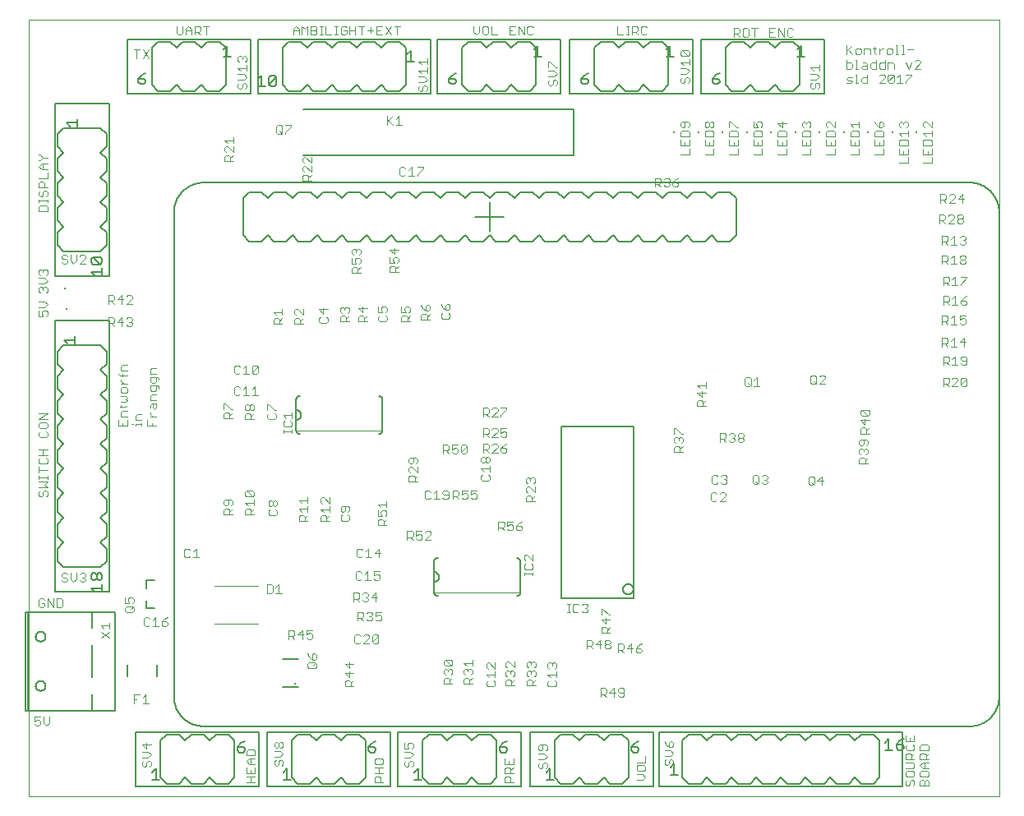
<source format=gto>
G75*
%MOIN*%
%OFA0B0*%
%FSLAX25Y25*%
%IPPOS*%
%LPD*%
%AMOC8*
5,1,8,0,0,1.08239X$1,22.5*
%
%ADD10C,0.00394*%
%ADD11C,0.00400*%
%ADD12R,0.00984X0.00984*%
%ADD13C,0.00600*%
%ADD14C,0.00200*%
%ADD15C,0.00500*%
%ADD16C,0.00787*%
%ADD17C,0.00800*%
D10*
X0002658Y0001600D02*
X0002658Y0316561D01*
X0396359Y0316561D01*
X0396359Y0001600D01*
X0002658Y0001600D01*
D11*
X0005647Y0030146D02*
X0005057Y0030736D01*
X0005647Y0030146D02*
X0006827Y0030146D01*
X0007417Y0030736D01*
X0007417Y0031916D01*
X0006827Y0032506D01*
X0006237Y0032506D01*
X0005057Y0031916D01*
X0005057Y0033686D01*
X0007417Y0033686D01*
X0008682Y0033686D02*
X0008682Y0031326D01*
X0009862Y0030146D01*
X0011042Y0031326D01*
X0011042Y0033686D01*
X0045394Y0039218D02*
X0045394Y0042758D01*
X0047754Y0042758D01*
X0049019Y0041578D02*
X0050199Y0042758D01*
X0050199Y0039218D01*
X0049019Y0039218D02*
X0051379Y0039218D01*
X0046574Y0040988D02*
X0045394Y0040988D01*
X0050606Y0023182D02*
X0050606Y0020822D01*
X0048836Y0022592D01*
X0052376Y0022592D01*
X0051196Y0019557D02*
X0048836Y0019557D01*
X0051196Y0019557D02*
X0052376Y0018377D01*
X0051196Y0017197D01*
X0048836Y0017197D01*
X0049426Y0015932D02*
X0048836Y0015342D01*
X0048836Y0014162D01*
X0049426Y0013572D01*
X0050016Y0013572D01*
X0050606Y0014162D01*
X0050606Y0015342D01*
X0051196Y0015932D01*
X0051786Y0015932D01*
X0052376Y0015342D01*
X0052376Y0014162D01*
X0051786Y0013572D01*
X0091044Y0013297D02*
X0091044Y0010937D01*
X0094584Y0010937D01*
X0094584Y0013297D01*
X0094584Y0014562D02*
X0092224Y0014562D01*
X0091044Y0015742D01*
X0092224Y0016922D01*
X0094584Y0016922D01*
X0094584Y0018187D02*
X0094584Y0019957D01*
X0093994Y0020547D01*
X0091634Y0020547D01*
X0091044Y0019957D01*
X0091044Y0018187D01*
X0094584Y0018187D01*
X0092814Y0016922D02*
X0092814Y0014562D01*
X0092814Y0012117D02*
X0092814Y0010937D01*
X0092814Y0009672D02*
X0092814Y0007312D01*
X0094584Y0007312D02*
X0091044Y0007312D01*
X0091044Y0009672D02*
X0094584Y0009672D01*
X0102379Y0014555D02*
X0102969Y0013965D01*
X0103559Y0013965D01*
X0104149Y0014555D01*
X0104149Y0015735D01*
X0104739Y0016325D01*
X0105329Y0016325D01*
X0105919Y0015735D01*
X0105919Y0014555D01*
X0105329Y0013965D01*
X0102379Y0014555D02*
X0102379Y0015735D01*
X0102969Y0016325D01*
X0102379Y0017590D02*
X0104739Y0017590D01*
X0105919Y0018770D01*
X0104739Y0019951D01*
X0102379Y0019951D01*
X0102969Y0021216D02*
X0103559Y0021216D01*
X0104149Y0021806D01*
X0104149Y0022986D01*
X0104739Y0023576D01*
X0105329Y0023576D01*
X0105919Y0022986D01*
X0105919Y0021806D01*
X0105329Y0021216D01*
X0104739Y0021216D01*
X0104149Y0021806D01*
X0104149Y0022986D02*
X0103559Y0023576D01*
X0102969Y0023576D01*
X0102379Y0022986D01*
X0102379Y0021806D01*
X0102969Y0021216D01*
X0130946Y0046180D02*
X0130946Y0047950D01*
X0131536Y0048540D01*
X0132716Y0048540D01*
X0133306Y0047950D01*
X0133306Y0046180D01*
X0134486Y0046180D02*
X0130946Y0046180D01*
X0133306Y0047360D02*
X0134486Y0048540D01*
X0132716Y0049806D02*
X0132716Y0052166D01*
X0132716Y0053431D02*
X0132716Y0055791D01*
X0134486Y0055201D02*
X0130946Y0055201D01*
X0132716Y0053431D01*
X0134486Y0051576D02*
X0130946Y0051576D01*
X0132716Y0049806D01*
X0119380Y0053977D02*
X0118790Y0053387D01*
X0116430Y0053387D01*
X0115840Y0053977D01*
X0115840Y0055157D01*
X0116430Y0055747D01*
X0118790Y0055747D01*
X0119380Y0055157D01*
X0119380Y0053977D01*
X0118200Y0054567D02*
X0119380Y0055747D01*
X0118790Y0057012D02*
X0119380Y0057602D01*
X0119380Y0058782D01*
X0118790Y0059372D01*
X0118200Y0059372D01*
X0117610Y0058782D01*
X0117610Y0057012D01*
X0118790Y0057012D01*
X0117610Y0057012D02*
X0116430Y0058192D01*
X0115840Y0059372D01*
X0116073Y0065324D02*
X0115483Y0065914D01*
X0116073Y0065324D02*
X0117253Y0065324D01*
X0117843Y0065914D01*
X0117843Y0067094D01*
X0117253Y0067684D01*
X0116663Y0067684D01*
X0115483Y0067094D01*
X0115483Y0068864D01*
X0117843Y0068864D01*
X0114217Y0067094D02*
X0111857Y0067094D01*
X0113627Y0068864D01*
X0113627Y0065324D01*
X0110592Y0065324D02*
X0109412Y0066504D01*
X0110002Y0066504D02*
X0108232Y0066504D01*
X0108232Y0065324D02*
X0108232Y0068864D01*
X0110002Y0068864D01*
X0110592Y0068274D01*
X0110592Y0067094D01*
X0110002Y0066504D01*
X0095729Y0071600D02*
X0078091Y0071600D01*
X0078091Y0086718D02*
X0095729Y0086718D01*
X0099295Y0087387D02*
X0099295Y0083847D01*
X0101065Y0083847D01*
X0101655Y0084437D01*
X0101655Y0086797D01*
X0101065Y0087387D01*
X0099295Y0087387D01*
X0102920Y0086207D02*
X0104100Y0087387D01*
X0104100Y0083847D01*
X0102920Y0083847D02*
X0105280Y0083847D01*
X0134508Y0084037D02*
X0134508Y0080497D01*
X0134508Y0081677D02*
X0136278Y0081677D01*
X0136868Y0082267D01*
X0136868Y0083447D01*
X0136278Y0084037D01*
X0134508Y0084037D01*
X0135688Y0081677D02*
X0136868Y0080497D01*
X0138133Y0081087D02*
X0138723Y0080497D01*
X0139903Y0080497D01*
X0140493Y0081087D01*
X0140493Y0081677D01*
X0139903Y0082267D01*
X0139313Y0082267D01*
X0139903Y0082267D02*
X0140493Y0082857D01*
X0140493Y0083447D01*
X0139903Y0084037D01*
X0138723Y0084037D01*
X0138133Y0083447D01*
X0141758Y0082267D02*
X0144118Y0082267D01*
X0143528Y0084037D02*
X0141758Y0082267D01*
X0143528Y0080497D02*
X0143528Y0084037D01*
X0143244Y0089253D02*
X0142654Y0089843D01*
X0143244Y0089253D02*
X0144424Y0089253D01*
X0145014Y0089843D01*
X0145014Y0091023D01*
X0144424Y0091613D01*
X0143834Y0091613D01*
X0142654Y0091023D01*
X0142654Y0092793D01*
X0145014Y0092793D01*
X0140209Y0092793D02*
X0140209Y0089253D01*
X0139029Y0089253D02*
X0141389Y0089253D01*
X0139029Y0091613D02*
X0140209Y0092793D01*
X0137764Y0092203D02*
X0137174Y0092793D01*
X0135994Y0092793D01*
X0135404Y0092203D01*
X0135404Y0089843D01*
X0135994Y0089253D01*
X0137174Y0089253D01*
X0137764Y0089843D01*
X0137568Y0098434D02*
X0138158Y0099024D01*
X0137568Y0098434D02*
X0136388Y0098434D01*
X0135798Y0099024D01*
X0135798Y0101384D01*
X0136388Y0101974D01*
X0137568Y0101974D01*
X0138158Y0101384D01*
X0139423Y0100794D02*
X0140603Y0101974D01*
X0140603Y0098434D01*
X0139423Y0098434D02*
X0141783Y0098434D01*
X0143048Y0100204D02*
X0145408Y0100204D01*
X0144818Y0098434D02*
X0144818Y0101974D01*
X0143048Y0100204D01*
X0144332Y0111535D02*
X0144332Y0113305D01*
X0144922Y0113895D01*
X0146102Y0113895D01*
X0146692Y0113305D01*
X0146692Y0111535D01*
X0147872Y0111535D02*
X0144332Y0111535D01*
X0146692Y0112715D02*
X0147872Y0113895D01*
X0147282Y0115160D02*
X0147872Y0115750D01*
X0147872Y0116930D01*
X0147282Y0117520D01*
X0146102Y0117520D01*
X0145512Y0116930D01*
X0145512Y0116340D01*
X0146102Y0115160D01*
X0144332Y0115160D01*
X0144332Y0117520D01*
X0145512Y0118785D02*
X0144332Y0119965D01*
X0147872Y0119965D01*
X0147872Y0118785D02*
X0147872Y0121145D01*
X0156930Y0129251D02*
X0156930Y0131021D01*
X0157520Y0131611D01*
X0158700Y0131611D01*
X0159290Y0131021D01*
X0159290Y0129251D01*
X0160470Y0129251D02*
X0156930Y0129251D01*
X0159290Y0130431D02*
X0160470Y0131611D01*
X0160470Y0132876D02*
X0158110Y0135236D01*
X0157520Y0135236D01*
X0156930Y0134646D01*
X0156930Y0133466D01*
X0157520Y0132876D01*
X0160470Y0132876D02*
X0160470Y0135236D01*
X0159880Y0136502D02*
X0160470Y0137092D01*
X0160470Y0138272D01*
X0159880Y0138862D01*
X0157520Y0138862D01*
X0156930Y0138272D01*
X0156930Y0137092D01*
X0157520Y0136502D01*
X0158110Y0136502D01*
X0158700Y0137092D01*
X0158700Y0138862D01*
X0170831Y0140520D02*
X0170831Y0144060D01*
X0172601Y0144060D01*
X0173191Y0143470D01*
X0173191Y0142290D01*
X0172601Y0141700D01*
X0170831Y0141700D01*
X0172011Y0141700D02*
X0173191Y0140520D01*
X0174456Y0141110D02*
X0175046Y0140520D01*
X0176226Y0140520D01*
X0176816Y0141110D01*
X0176816Y0142290D01*
X0176226Y0142880D01*
X0175636Y0142880D01*
X0174456Y0142290D01*
X0174456Y0144060D01*
X0176816Y0144060D01*
X0178081Y0143470D02*
X0178671Y0144060D01*
X0179851Y0144060D01*
X0180441Y0143470D01*
X0178081Y0141110D01*
X0178671Y0140520D01*
X0179851Y0140520D01*
X0180441Y0141110D01*
X0180441Y0143470D01*
X0178081Y0143470D02*
X0178081Y0141110D01*
X0186182Y0138635D02*
X0186772Y0139225D01*
X0187362Y0139225D01*
X0187952Y0138635D01*
X0187952Y0137455D01*
X0187362Y0136865D01*
X0186772Y0136865D01*
X0186182Y0137455D01*
X0186182Y0138635D01*
X0187952Y0138635D02*
X0188542Y0139225D01*
X0189132Y0139225D01*
X0189722Y0138635D01*
X0189722Y0137455D01*
X0189132Y0136865D01*
X0188542Y0136865D01*
X0187952Y0137455D01*
X0189722Y0135600D02*
X0189722Y0133240D01*
X0189722Y0134420D02*
X0186182Y0134420D01*
X0187362Y0133240D01*
X0186772Y0131975D02*
X0186182Y0131385D01*
X0186182Y0130205D01*
X0186772Y0129615D01*
X0189132Y0129615D01*
X0189722Y0130205D01*
X0189722Y0131385D01*
X0189132Y0131975D01*
X0184378Y0125557D02*
X0182018Y0125557D01*
X0182018Y0123787D01*
X0183198Y0124377D01*
X0183788Y0124377D01*
X0184378Y0123787D01*
X0184378Y0122607D01*
X0183788Y0122017D01*
X0182608Y0122017D01*
X0182018Y0122607D01*
X0180753Y0122607D02*
X0180163Y0122017D01*
X0178983Y0122017D01*
X0178393Y0122607D01*
X0178393Y0123787D02*
X0179573Y0124377D01*
X0180163Y0124377D01*
X0180753Y0123787D01*
X0180753Y0122607D01*
X0178393Y0123787D02*
X0178393Y0125557D01*
X0180753Y0125557D01*
X0177128Y0124967D02*
X0177128Y0123787D01*
X0176538Y0123197D01*
X0174768Y0123197D01*
X0175948Y0123197D02*
X0177128Y0122017D01*
X0174768Y0122017D02*
X0174768Y0125557D01*
X0176538Y0125557D01*
X0177128Y0124967D01*
X0172961Y0124967D02*
X0172961Y0122607D01*
X0172371Y0122017D01*
X0171191Y0122017D01*
X0170601Y0122607D01*
X0171191Y0123787D02*
X0172961Y0123787D01*
X0172961Y0124967D02*
X0172371Y0125557D01*
X0171191Y0125557D01*
X0170601Y0124967D01*
X0170601Y0124377D01*
X0171191Y0123787D01*
X0169336Y0122017D02*
X0166976Y0122017D01*
X0168156Y0122017D02*
X0168156Y0125557D01*
X0166976Y0124377D01*
X0165710Y0124967D02*
X0165120Y0125557D01*
X0163940Y0125557D01*
X0163350Y0124967D01*
X0163350Y0122607D01*
X0163940Y0122017D01*
X0165120Y0122017D01*
X0165710Y0122607D01*
X0165284Y0109021D02*
X0164104Y0109021D01*
X0163514Y0108431D01*
X0162249Y0109021D02*
X0159889Y0109021D01*
X0159889Y0107251D01*
X0161069Y0107841D01*
X0161659Y0107841D01*
X0162249Y0107251D01*
X0162249Y0106071D01*
X0161659Y0105481D01*
X0160479Y0105481D01*
X0159889Y0106071D01*
X0158624Y0105481D02*
X0157444Y0106661D01*
X0158034Y0106661D02*
X0156264Y0106661D01*
X0156264Y0105481D02*
X0156264Y0109021D01*
X0158034Y0109021D01*
X0158624Y0108431D01*
X0158624Y0107251D01*
X0158034Y0106661D01*
X0163514Y0105481D02*
X0165874Y0107841D01*
X0165874Y0108431D01*
X0165284Y0109021D01*
X0165874Y0105481D02*
X0163514Y0105481D01*
X0132824Y0113937D02*
X0132824Y0115117D01*
X0132234Y0115707D01*
X0132234Y0116972D02*
X0132824Y0117562D01*
X0132824Y0118742D01*
X0132234Y0119332D01*
X0129874Y0119332D01*
X0129284Y0118742D01*
X0129284Y0117562D01*
X0129874Y0116972D01*
X0130464Y0116972D01*
X0131054Y0117562D01*
X0131054Y0119332D01*
X0129874Y0115707D02*
X0129284Y0115117D01*
X0129284Y0113937D01*
X0129874Y0113347D01*
X0132234Y0113347D01*
X0132824Y0113937D01*
X0124761Y0113080D02*
X0121221Y0113080D01*
X0121221Y0114850D01*
X0121811Y0115440D01*
X0122991Y0115440D01*
X0123581Y0114850D01*
X0123581Y0113080D01*
X0123581Y0114260D02*
X0124761Y0115440D01*
X0124761Y0116705D02*
X0124761Y0119065D01*
X0124761Y0117885D02*
X0121221Y0117885D01*
X0122401Y0116705D01*
X0121811Y0120330D02*
X0121221Y0120920D01*
X0121221Y0122100D01*
X0121811Y0122690D01*
X0122401Y0122690D01*
X0124761Y0120330D01*
X0124761Y0122690D01*
X0115880Y0122832D02*
X0115880Y0120472D01*
X0115880Y0121652D02*
X0112340Y0121652D01*
X0113520Y0120472D01*
X0115880Y0119206D02*
X0115880Y0116846D01*
X0115880Y0118026D02*
X0112340Y0118026D01*
X0113520Y0116846D01*
X0114110Y0115581D02*
X0114700Y0114991D01*
X0114700Y0113221D01*
X0115880Y0113221D02*
X0112340Y0113221D01*
X0112340Y0114991D01*
X0112930Y0115581D01*
X0114110Y0115581D01*
X0114700Y0114401D02*
X0115880Y0115581D01*
X0103486Y0116063D02*
X0103486Y0117243D01*
X0102896Y0117833D01*
X0102896Y0119098D02*
X0102306Y0119098D01*
X0101716Y0119688D01*
X0101716Y0120868D01*
X0102306Y0121458D01*
X0102896Y0121458D01*
X0103486Y0120868D01*
X0103486Y0119688D01*
X0102896Y0119098D01*
X0101716Y0119688D02*
X0101126Y0119098D01*
X0100536Y0119098D01*
X0099946Y0119688D01*
X0099946Y0120868D01*
X0100536Y0121458D01*
X0101126Y0121458D01*
X0101716Y0120868D01*
X0100536Y0117833D02*
X0099946Y0117243D01*
X0099946Y0116063D01*
X0100536Y0115473D01*
X0102896Y0115473D01*
X0103486Y0116063D01*
X0094053Y0115835D02*
X0090513Y0115835D01*
X0090513Y0117605D01*
X0091103Y0118195D01*
X0092283Y0118195D01*
X0092873Y0117605D01*
X0092873Y0115835D01*
X0092873Y0117015D02*
X0094053Y0118195D01*
X0094053Y0119461D02*
X0094053Y0121821D01*
X0094053Y0120641D02*
X0090513Y0120641D01*
X0091693Y0119461D01*
X0091103Y0123086D02*
X0090513Y0123676D01*
X0090513Y0124856D01*
X0091103Y0125446D01*
X0093463Y0123086D01*
X0094053Y0123676D01*
X0094053Y0124856D01*
X0093463Y0125446D01*
X0091103Y0125446D01*
X0091103Y0123086D02*
X0093463Y0123086D01*
X0085391Y0121231D02*
X0085391Y0120051D01*
X0084801Y0119461D01*
X0083621Y0120051D02*
X0083621Y0121821D01*
X0082441Y0121821D02*
X0081851Y0121231D01*
X0081851Y0120051D01*
X0082441Y0119461D01*
X0083031Y0119461D01*
X0083621Y0120051D01*
X0083621Y0118195D02*
X0084211Y0117605D01*
X0084211Y0115835D01*
X0085391Y0115835D02*
X0081851Y0115835D01*
X0081851Y0117605D01*
X0082441Y0118195D01*
X0083621Y0118195D01*
X0084211Y0117015D02*
X0085391Y0118195D01*
X0085391Y0121231D02*
X0084801Y0121821D01*
X0082441Y0121821D01*
X0070636Y0101954D02*
X0070636Y0098414D01*
X0069456Y0098414D02*
X0071816Y0098414D01*
X0069456Y0100774D02*
X0070636Y0101954D01*
X0068191Y0101364D02*
X0067601Y0101954D01*
X0066421Y0101954D01*
X0065831Y0101364D01*
X0065831Y0099004D01*
X0066421Y0098414D01*
X0067601Y0098414D01*
X0068191Y0099004D01*
X0045352Y0081585D02*
X0045352Y0080405D01*
X0044762Y0079815D01*
X0043582Y0079815D02*
X0042992Y0080995D01*
X0042992Y0081585D01*
X0043582Y0082175D01*
X0044762Y0082175D01*
X0045352Y0081585D01*
X0043582Y0079815D02*
X0041812Y0079815D01*
X0041812Y0082175D01*
X0042402Y0078550D02*
X0044762Y0078550D01*
X0045352Y0077960D01*
X0045352Y0076780D01*
X0044762Y0076190D01*
X0042402Y0076190D01*
X0041812Y0076780D01*
X0041812Y0077960D01*
X0042402Y0078550D01*
X0044172Y0077370D02*
X0045352Y0078550D01*
X0050023Y0074120D02*
X0049433Y0073530D01*
X0049433Y0071170D01*
X0050023Y0070580D01*
X0051203Y0070580D01*
X0051793Y0071170D01*
X0053058Y0070580D02*
X0055418Y0070580D01*
X0054238Y0070580D02*
X0054238Y0074120D01*
X0053058Y0072940D01*
X0051793Y0073530D02*
X0051203Y0074120D01*
X0050023Y0074120D01*
X0056683Y0072350D02*
X0058453Y0072350D01*
X0059043Y0071760D01*
X0059043Y0071170D01*
X0058453Y0070580D01*
X0057273Y0070580D01*
X0056683Y0071170D01*
X0056683Y0072350D01*
X0057863Y0073530D01*
X0059043Y0074120D01*
X0035600Y0071919D02*
X0035600Y0069559D01*
X0035600Y0070739D02*
X0032060Y0070739D01*
X0033240Y0069559D01*
X0032060Y0068294D02*
X0035600Y0065934D01*
X0035600Y0068294D02*
X0032060Y0065934D01*
X0016406Y0078768D02*
X0016406Y0081128D01*
X0015816Y0081718D01*
X0014046Y0081718D01*
X0014046Y0078178D01*
X0015816Y0078178D01*
X0016406Y0078768D01*
X0012780Y0078178D02*
X0012780Y0081718D01*
X0010420Y0081718D02*
X0010420Y0078178D01*
X0009155Y0078768D02*
X0009155Y0079948D01*
X0007975Y0079948D01*
X0006795Y0081128D02*
X0006795Y0078768D01*
X0007385Y0078178D01*
X0008565Y0078178D01*
X0009155Y0078768D01*
X0009155Y0081128D02*
X0008565Y0081718D01*
X0007385Y0081718D01*
X0006795Y0081128D01*
X0010420Y0081718D02*
X0012780Y0078178D01*
X0016716Y0088497D02*
X0016126Y0089087D01*
X0016716Y0088497D02*
X0017896Y0088497D01*
X0018486Y0089087D01*
X0018486Y0089677D01*
X0017896Y0090267D01*
X0016716Y0090267D01*
X0016126Y0090857D01*
X0016126Y0091447D01*
X0016716Y0092037D01*
X0017896Y0092037D01*
X0018486Y0091447D01*
X0019751Y0092037D02*
X0019751Y0089677D01*
X0020931Y0088497D01*
X0022111Y0089677D01*
X0022111Y0092037D01*
X0023376Y0091447D02*
X0023966Y0092037D01*
X0025146Y0092037D01*
X0025736Y0091447D01*
X0025736Y0090857D01*
X0025146Y0090267D01*
X0025736Y0089677D01*
X0025736Y0089087D01*
X0025146Y0088497D01*
X0023966Y0088497D01*
X0023376Y0089087D01*
X0024556Y0090267D02*
X0025146Y0090267D01*
X0009742Y0123060D02*
X0010332Y0123650D01*
X0010332Y0124830D01*
X0009742Y0125420D01*
X0009152Y0125420D01*
X0008562Y0124830D01*
X0008562Y0123650D01*
X0007972Y0123060D01*
X0007382Y0123060D01*
X0006792Y0123650D01*
X0006792Y0124830D01*
X0007382Y0125420D01*
X0006792Y0126685D02*
X0010332Y0126685D01*
X0009152Y0127865D01*
X0010332Y0129045D01*
X0006792Y0129045D01*
X0006792Y0130310D02*
X0006792Y0131490D01*
X0006792Y0130900D02*
X0010332Y0130900D01*
X0010332Y0130310D02*
X0010332Y0131490D01*
X0010332Y0133907D02*
X0006792Y0133907D01*
X0006792Y0132727D02*
X0006792Y0135087D01*
X0007382Y0136352D02*
X0009742Y0136352D01*
X0010332Y0136942D01*
X0010332Y0138122D01*
X0009742Y0138712D01*
X0010332Y0139977D02*
X0006792Y0139977D01*
X0007382Y0138712D02*
X0006792Y0138122D01*
X0006792Y0136942D01*
X0007382Y0136352D01*
X0008562Y0139977D02*
X0008562Y0142337D01*
X0006792Y0142337D02*
X0010332Y0142337D01*
X0009742Y0147227D02*
X0007382Y0147227D01*
X0006792Y0147817D01*
X0006792Y0148997D01*
X0007382Y0149587D01*
X0007382Y0150853D02*
X0009742Y0150853D01*
X0010332Y0151443D01*
X0010332Y0152623D01*
X0009742Y0153213D01*
X0007382Y0153213D01*
X0006792Y0152623D01*
X0006792Y0151443D01*
X0007382Y0150853D01*
X0009742Y0149587D02*
X0010332Y0148997D01*
X0010332Y0147817D01*
X0009742Y0147227D01*
X0010332Y0154478D02*
X0006792Y0154478D01*
X0010332Y0156838D01*
X0006792Y0156838D01*
X0039076Y0154160D02*
X0039076Y0151800D01*
X0042616Y0151800D01*
X0042616Y0154160D01*
X0042616Y0155425D02*
X0040256Y0155425D01*
X0040256Y0157195D01*
X0040846Y0157785D01*
X0042616Y0157785D01*
X0042026Y0159640D02*
X0039666Y0159640D01*
X0040256Y0159050D02*
X0040256Y0160230D01*
X0040256Y0161467D02*
X0042026Y0161467D01*
X0042616Y0162057D01*
X0042026Y0162647D01*
X0042616Y0163237D01*
X0042026Y0163827D01*
X0040256Y0163827D01*
X0040846Y0165092D02*
X0042026Y0165092D01*
X0042616Y0165682D01*
X0042616Y0166862D01*
X0042026Y0167452D01*
X0040846Y0167452D01*
X0040256Y0166862D01*
X0040256Y0165682D01*
X0040846Y0165092D01*
X0042616Y0160230D02*
X0042026Y0159640D01*
X0046161Y0155987D02*
X0046751Y0156577D01*
X0048521Y0156577D01*
X0048521Y0154217D02*
X0046161Y0154217D01*
X0046161Y0155987D01*
X0048521Y0152980D02*
X0048521Y0151800D01*
X0048521Y0152390D02*
X0046161Y0152390D01*
X0046161Y0151800D01*
X0044981Y0152390D02*
X0044391Y0152390D01*
X0040846Y0151800D02*
X0040846Y0152980D01*
X0050887Y0151800D02*
X0050887Y0154160D01*
X0052067Y0155425D02*
X0054427Y0155425D01*
X0053247Y0155425D02*
X0052067Y0156605D01*
X0052067Y0157195D01*
X0052067Y0159036D02*
X0052067Y0160216D01*
X0052657Y0160806D01*
X0054427Y0160806D01*
X0054427Y0159036D01*
X0053837Y0158446D01*
X0053247Y0159036D01*
X0053247Y0160806D01*
X0054427Y0162071D02*
X0052067Y0162071D01*
X0052067Y0163841D01*
X0052657Y0164431D01*
X0054427Y0164431D01*
X0053837Y0165696D02*
X0054427Y0166286D01*
X0054427Y0168056D01*
X0055017Y0168056D02*
X0052067Y0168056D01*
X0052067Y0166286D01*
X0052657Y0165696D01*
X0053837Y0165696D01*
X0055607Y0166876D02*
X0055607Y0167466D01*
X0055017Y0168056D01*
X0053837Y0169321D02*
X0054427Y0169911D01*
X0054427Y0171682D01*
X0055017Y0171682D02*
X0052067Y0171682D01*
X0052067Y0169911D01*
X0052657Y0169321D01*
X0053837Y0169321D01*
X0055607Y0170502D02*
X0055607Y0171091D01*
X0055017Y0171682D01*
X0054427Y0172947D02*
X0052067Y0172947D01*
X0052067Y0174717D01*
X0052657Y0175307D01*
X0054427Y0175307D01*
X0042616Y0174155D02*
X0040256Y0174155D01*
X0040256Y0175925D01*
X0040846Y0176515D01*
X0042616Y0176515D01*
X0040846Y0172918D02*
X0040846Y0171738D01*
X0039666Y0172328D02*
X0042616Y0172328D01*
X0039666Y0172328D02*
X0039076Y0172918D01*
X0040256Y0170487D02*
X0040256Y0169897D01*
X0041436Y0168717D01*
X0042616Y0168717D02*
X0040256Y0168717D01*
X0052657Y0152980D02*
X0052657Y0151800D01*
X0054427Y0151800D02*
X0050887Y0151800D01*
X0081851Y0154812D02*
X0081851Y0156582D01*
X0082441Y0157172D01*
X0083621Y0157172D01*
X0084211Y0156582D01*
X0084211Y0154812D01*
X0084211Y0155992D02*
X0085391Y0157172D01*
X0085391Y0158437D02*
X0084801Y0158437D01*
X0082441Y0160797D01*
X0081851Y0160797D01*
X0081851Y0158437D01*
X0081851Y0154812D02*
X0085391Y0154812D01*
X0090513Y0154418D02*
X0090513Y0156188D01*
X0091103Y0156778D01*
X0092283Y0156778D01*
X0092873Y0156188D01*
X0092873Y0154418D01*
X0094053Y0154418D02*
X0090513Y0154418D01*
X0092873Y0155598D02*
X0094053Y0156778D01*
X0093463Y0158043D02*
X0092873Y0158043D01*
X0092283Y0158633D01*
X0092283Y0159813D01*
X0092873Y0160403D01*
X0093463Y0160403D01*
X0094053Y0159813D01*
X0094053Y0158633D01*
X0093463Y0158043D01*
X0092283Y0158633D02*
X0091693Y0158043D01*
X0091103Y0158043D01*
X0090513Y0158633D01*
X0090513Y0159813D01*
X0091103Y0160403D01*
X0091693Y0160403D01*
X0092283Y0159813D01*
X0092068Y0164253D02*
X0089708Y0164253D01*
X0090888Y0164253D02*
X0090888Y0167793D01*
X0089708Y0166613D01*
X0088443Y0167203D02*
X0087853Y0167793D01*
X0086673Y0167793D01*
X0086083Y0167203D01*
X0086083Y0164843D01*
X0086673Y0164253D01*
X0087853Y0164253D01*
X0088443Y0164843D01*
X0093333Y0164253D02*
X0095693Y0164253D01*
X0094513Y0164253D02*
X0094513Y0167793D01*
X0093333Y0166613D01*
X0093923Y0172788D02*
X0093333Y0173378D01*
X0095693Y0175738D01*
X0095693Y0173378D01*
X0095103Y0172788D01*
X0093923Y0172788D01*
X0093333Y0173378D02*
X0093333Y0175738D01*
X0093923Y0176328D01*
X0095103Y0176328D01*
X0095693Y0175738D01*
X0092068Y0172788D02*
X0089708Y0172788D01*
X0090888Y0172788D02*
X0090888Y0176328D01*
X0089708Y0175148D01*
X0088443Y0175738D02*
X0087853Y0176328D01*
X0086673Y0176328D01*
X0086083Y0175738D01*
X0086083Y0173378D01*
X0086673Y0172788D01*
X0087853Y0172788D01*
X0088443Y0173378D01*
X0099568Y0160419D02*
X0100158Y0160419D01*
X0102518Y0158059D01*
X0103108Y0158059D01*
X0102518Y0156794D02*
X0103108Y0156204D01*
X0103108Y0155024D01*
X0102518Y0154434D01*
X0100158Y0154434D01*
X0099568Y0155024D01*
X0099568Y0156204D01*
X0100158Y0156794D01*
X0099568Y0158059D02*
X0099568Y0160419D01*
X0105989Y0156160D02*
X0107169Y0154980D01*
X0106579Y0153715D02*
X0105989Y0153125D01*
X0105989Y0151945D01*
X0106579Y0151355D01*
X0108939Y0151355D01*
X0109529Y0151945D01*
X0109529Y0153125D01*
X0108939Y0153715D01*
X0109529Y0154980D02*
X0109529Y0157340D01*
X0109529Y0156160D02*
X0105989Y0156160D01*
X0105989Y0150118D02*
X0105989Y0148938D01*
X0105989Y0149528D02*
X0109529Y0149528D01*
X0109529Y0148938D02*
X0109529Y0150118D01*
X0110434Y0193158D02*
X0110434Y0194928D01*
X0111024Y0195518D01*
X0112204Y0195518D01*
X0112794Y0194928D01*
X0112794Y0193158D01*
X0113974Y0193158D02*
X0110434Y0193158D01*
X0112794Y0194338D02*
X0113974Y0195518D01*
X0113974Y0196783D02*
X0111614Y0199143D01*
X0111024Y0199143D01*
X0110434Y0198553D01*
X0110434Y0197373D01*
X0111024Y0196783D01*
X0113974Y0196783D02*
X0113974Y0199143D01*
X0120465Y0199026D02*
X0122236Y0197256D01*
X0122236Y0199616D01*
X0124006Y0199026D02*
X0120465Y0199026D01*
X0121055Y0195991D02*
X0120465Y0195401D01*
X0120465Y0194221D01*
X0121055Y0193631D01*
X0123416Y0193631D01*
X0124006Y0194221D01*
X0124006Y0195401D01*
X0123416Y0195991D01*
X0129135Y0195787D02*
X0129725Y0196377D01*
X0130905Y0196377D01*
X0131495Y0195787D01*
X0131495Y0194017D01*
X0131495Y0195197D02*
X0132675Y0196377D01*
X0132085Y0197642D02*
X0132675Y0198232D01*
X0132675Y0199412D01*
X0132085Y0200002D01*
X0131495Y0200002D01*
X0130905Y0199412D01*
X0130905Y0198822D01*
X0130905Y0199412D02*
X0130315Y0200002D01*
X0129725Y0200002D01*
X0129135Y0199412D01*
X0129135Y0198232D01*
X0129725Y0197642D01*
X0129135Y0195787D02*
X0129135Y0194017D01*
X0132675Y0194017D01*
X0136418Y0194143D02*
X0136418Y0195913D01*
X0137008Y0196503D01*
X0138188Y0196503D01*
X0138778Y0195913D01*
X0138778Y0194143D01*
X0138778Y0195323D02*
X0139958Y0196503D01*
X0138188Y0197768D02*
X0138188Y0200128D01*
X0136418Y0199538D02*
X0138188Y0197768D01*
X0139958Y0199538D02*
X0136418Y0199538D01*
X0136418Y0194143D02*
X0139958Y0194143D01*
X0144481Y0194725D02*
X0145071Y0194135D01*
X0147431Y0194135D01*
X0148021Y0194725D01*
X0148021Y0195905D01*
X0147431Y0196495D01*
X0147431Y0197760D02*
X0148021Y0198350D01*
X0148021Y0199530D01*
X0147431Y0200120D01*
X0146251Y0200120D01*
X0145661Y0199530D01*
X0145661Y0198940D01*
X0146251Y0197760D01*
X0144481Y0197760D01*
X0144481Y0200120D01*
X0145071Y0196495D02*
X0144481Y0195905D01*
X0144481Y0194725D01*
X0153922Y0194111D02*
X0153922Y0195881D01*
X0154512Y0196471D01*
X0155692Y0196471D01*
X0156282Y0195881D01*
X0156282Y0194111D01*
X0156282Y0195291D02*
X0157462Y0196471D01*
X0156872Y0197736D02*
X0157462Y0198326D01*
X0157462Y0199506D01*
X0156872Y0200096D01*
X0155692Y0200096D01*
X0155102Y0199506D01*
X0155102Y0198916D01*
X0155692Y0197736D01*
X0153922Y0197736D01*
X0153922Y0200096D01*
X0153922Y0194111D02*
X0157462Y0194111D01*
X0161938Y0194835D02*
X0161938Y0196605D01*
X0162528Y0197195D01*
X0163708Y0197195D01*
X0164298Y0196605D01*
X0164298Y0194835D01*
X0165478Y0194835D02*
X0161938Y0194835D01*
X0164298Y0196015D02*
X0165478Y0197195D01*
X0164888Y0198461D02*
X0165478Y0199051D01*
X0165478Y0200231D01*
X0164888Y0200821D01*
X0164298Y0200821D01*
X0163708Y0200231D01*
X0163708Y0198461D01*
X0164888Y0198461D01*
X0163708Y0198461D02*
X0162528Y0199641D01*
X0161938Y0200821D01*
X0170001Y0201088D02*
X0170591Y0199908D01*
X0171771Y0198728D01*
X0171771Y0200498D01*
X0172361Y0201088D01*
X0172951Y0201088D01*
X0173541Y0200498D01*
X0173541Y0199318D01*
X0172951Y0198728D01*
X0171771Y0198728D01*
X0172951Y0197463D02*
X0173541Y0196873D01*
X0173541Y0195693D01*
X0172951Y0195103D01*
X0170591Y0195103D01*
X0170001Y0195693D01*
X0170001Y0196873D01*
X0170591Y0197463D01*
X0152714Y0214261D02*
X0149174Y0214261D01*
X0149174Y0216031D01*
X0149764Y0216621D01*
X0150944Y0216621D01*
X0151534Y0216031D01*
X0151534Y0214261D01*
X0151534Y0215441D02*
X0152714Y0216621D01*
X0152124Y0217886D02*
X0152714Y0218476D01*
X0152714Y0219656D01*
X0152124Y0220246D01*
X0150944Y0220246D01*
X0150354Y0219656D01*
X0150354Y0219066D01*
X0150944Y0217886D01*
X0149174Y0217886D01*
X0149174Y0220246D01*
X0150944Y0221511D02*
X0150944Y0223871D01*
X0149174Y0223281D02*
X0150944Y0221511D01*
X0152714Y0223281D02*
X0149174Y0223281D01*
X0137360Y0222887D02*
X0137360Y0221707D01*
X0136770Y0221117D01*
X0136770Y0219852D02*
X0137360Y0219262D01*
X0137360Y0218082D01*
X0136770Y0217492D01*
X0135590Y0217492D02*
X0135000Y0218672D01*
X0135000Y0219262D01*
X0135590Y0219852D01*
X0136770Y0219852D01*
X0135590Y0217492D02*
X0133820Y0217492D01*
X0133820Y0219852D01*
X0134410Y0221117D02*
X0133820Y0221707D01*
X0133820Y0222887D01*
X0134410Y0223477D01*
X0135000Y0223477D01*
X0135590Y0222887D01*
X0136180Y0223477D01*
X0136770Y0223477D01*
X0137360Y0222887D01*
X0135590Y0222887D02*
X0135590Y0222297D01*
X0135590Y0216227D02*
X0136180Y0215637D01*
X0136180Y0213867D01*
X0137360Y0213867D02*
X0133820Y0213867D01*
X0133820Y0215637D01*
X0134410Y0216227D01*
X0135590Y0216227D01*
X0136180Y0215047D02*
X0137360Y0216227D01*
X0105565Y0199143D02*
X0105565Y0196783D01*
X0105565Y0197963D02*
X0102025Y0197963D01*
X0103205Y0196783D01*
X0103795Y0195518D02*
X0104385Y0194928D01*
X0104385Y0193158D01*
X0105565Y0193158D02*
X0102025Y0193158D01*
X0102025Y0194928D01*
X0102615Y0195518D01*
X0103795Y0195518D01*
X0104385Y0194338D02*
X0105565Y0195518D01*
X0044644Y0195163D02*
X0044644Y0194573D01*
X0044054Y0193983D01*
X0044644Y0193393D01*
X0044644Y0192803D01*
X0044054Y0192213D01*
X0042874Y0192213D01*
X0042284Y0192803D01*
X0043464Y0193983D02*
X0044054Y0193983D01*
X0044644Y0195163D02*
X0044054Y0195753D01*
X0042874Y0195753D01*
X0042284Y0195163D01*
X0041019Y0193983D02*
X0038659Y0193983D01*
X0040429Y0195753D01*
X0040429Y0192213D01*
X0037394Y0192213D02*
X0036214Y0193393D01*
X0036804Y0193393D02*
X0035034Y0193393D01*
X0035034Y0192213D02*
X0035034Y0195753D01*
X0036804Y0195753D01*
X0037394Y0195163D01*
X0037394Y0193983D01*
X0036804Y0193393D01*
X0037394Y0201269D02*
X0036214Y0202449D01*
X0036804Y0202449D02*
X0035034Y0202449D01*
X0035034Y0201269D02*
X0035034Y0204809D01*
X0036804Y0204809D01*
X0037394Y0204219D01*
X0037394Y0203039D01*
X0036804Y0202449D01*
X0038659Y0203039D02*
X0041019Y0203039D01*
X0042284Y0204219D02*
X0042874Y0204809D01*
X0044054Y0204809D01*
X0044644Y0204219D01*
X0044644Y0203629D01*
X0042284Y0201269D01*
X0044644Y0201269D01*
X0040429Y0201269D02*
X0040429Y0204809D01*
X0038659Y0203039D01*
X0025658Y0217631D02*
X0023298Y0217631D01*
X0025658Y0219991D01*
X0025658Y0220581D01*
X0025068Y0221171D01*
X0023888Y0221171D01*
X0023298Y0220581D01*
X0022032Y0221171D02*
X0022032Y0218811D01*
X0020852Y0217631D01*
X0019672Y0218811D01*
X0019672Y0221171D01*
X0018407Y0220581D02*
X0017817Y0221171D01*
X0016637Y0221171D01*
X0016047Y0220581D01*
X0016047Y0219991D01*
X0016637Y0219401D01*
X0017817Y0219401D01*
X0018407Y0218811D01*
X0018407Y0218221D01*
X0017817Y0217631D01*
X0016637Y0217631D01*
X0016047Y0218221D01*
X0010332Y0214757D02*
X0010332Y0213577D01*
X0009742Y0212987D01*
X0009152Y0211722D02*
X0006792Y0211722D01*
X0007382Y0212987D02*
X0006792Y0213577D01*
X0006792Y0214757D01*
X0007382Y0215347D01*
X0007972Y0215347D01*
X0008562Y0214757D01*
X0009152Y0215347D01*
X0009742Y0215347D01*
X0010332Y0214757D01*
X0008562Y0214757D02*
X0008562Y0214167D01*
X0009152Y0211722D02*
X0010332Y0210542D01*
X0009152Y0209362D01*
X0006792Y0209362D01*
X0007382Y0208097D02*
X0007972Y0208097D01*
X0008562Y0207507D01*
X0009152Y0208097D01*
X0009742Y0208097D01*
X0010332Y0207507D01*
X0010332Y0206327D01*
X0009742Y0205737D01*
X0008562Y0206917D02*
X0008562Y0207507D01*
X0007382Y0208097D02*
X0006792Y0207507D01*
X0006792Y0206327D01*
X0007382Y0205737D01*
X0006792Y0202273D02*
X0009152Y0202273D01*
X0010332Y0201093D01*
X0009152Y0199913D01*
X0006792Y0199913D01*
X0006792Y0198648D02*
X0006792Y0196288D01*
X0008562Y0196288D01*
X0007972Y0197468D01*
X0007972Y0198058D01*
X0008562Y0198648D01*
X0009742Y0198648D01*
X0010332Y0198058D01*
X0010332Y0196878D01*
X0009742Y0196288D01*
X0010332Y0238808D02*
X0006792Y0238808D01*
X0006792Y0240578D01*
X0007382Y0241168D01*
X0009742Y0241168D01*
X0010332Y0240578D01*
X0010332Y0238808D01*
X0010332Y0242433D02*
X0010332Y0243613D01*
X0010332Y0243023D02*
X0006792Y0243023D01*
X0006792Y0242433D02*
X0006792Y0243613D01*
X0007382Y0244850D02*
X0007972Y0244850D01*
X0008562Y0245440D01*
X0008562Y0246620D01*
X0009152Y0247210D01*
X0009742Y0247210D01*
X0010332Y0246620D01*
X0010332Y0245440D01*
X0009742Y0244850D01*
X0007382Y0244850D02*
X0006792Y0245440D01*
X0006792Y0246620D01*
X0007382Y0247210D01*
X0006792Y0248475D02*
X0006792Y0250245D01*
X0007382Y0250835D01*
X0008562Y0250835D01*
X0009152Y0250245D01*
X0009152Y0248475D01*
X0010332Y0248475D02*
X0006792Y0248475D01*
X0006792Y0252100D02*
X0010332Y0252100D01*
X0010332Y0254460D01*
X0010332Y0255725D02*
X0007972Y0255725D01*
X0006792Y0256905D01*
X0007972Y0258085D01*
X0010332Y0258085D01*
X0008562Y0258085D02*
X0008562Y0255725D01*
X0007382Y0259350D02*
X0008562Y0260530D01*
X0010332Y0260530D01*
X0008562Y0260530D02*
X0007382Y0261710D01*
X0006792Y0261710D01*
X0006792Y0259350D02*
X0007382Y0259350D01*
X0046558Y0301013D02*
X0046558Y0304553D01*
X0045378Y0304553D02*
X0047738Y0304553D01*
X0049003Y0304553D02*
X0051363Y0301013D01*
X0049003Y0301013D02*
X0051363Y0304553D01*
X0062701Y0311051D02*
X0062701Y0314001D01*
X0065061Y0314001D02*
X0065061Y0311051D01*
X0064471Y0310461D01*
X0063291Y0310461D01*
X0062701Y0311051D01*
X0066326Y0310461D02*
X0066326Y0312821D01*
X0067506Y0314001D01*
X0068686Y0312821D01*
X0068686Y0310461D01*
X0069951Y0310461D02*
X0069951Y0314001D01*
X0071721Y0314001D01*
X0072311Y0313411D01*
X0072311Y0312231D01*
X0071721Y0311641D01*
X0069951Y0311641D01*
X0071131Y0311641D02*
X0072311Y0310461D01*
X0074756Y0310461D02*
X0074756Y0314001D01*
X0073576Y0314001D02*
X0075936Y0314001D01*
X0068686Y0312231D02*
X0066326Y0312231D01*
X0087584Y0301165D02*
X0088174Y0301755D01*
X0088764Y0301755D01*
X0089354Y0301165D01*
X0089944Y0301755D01*
X0090534Y0301755D01*
X0091124Y0301165D01*
X0091124Y0299985D01*
X0090534Y0299395D01*
X0091124Y0298130D02*
X0091124Y0295770D01*
X0091124Y0296950D02*
X0087584Y0296950D01*
X0088764Y0295770D01*
X0089944Y0294505D02*
X0087584Y0294505D01*
X0089944Y0294505D02*
X0091124Y0293325D01*
X0089944Y0292145D01*
X0087584Y0292145D01*
X0088174Y0290880D02*
X0087584Y0290290D01*
X0087584Y0289110D01*
X0088174Y0288520D01*
X0088764Y0288520D01*
X0089354Y0289110D01*
X0089354Y0290290D01*
X0089944Y0290880D01*
X0090534Y0290880D01*
X0091124Y0290290D01*
X0091124Y0289110D01*
X0090534Y0288520D01*
X0088174Y0299395D02*
X0087584Y0299985D01*
X0087584Y0301165D01*
X0089354Y0301165D02*
X0089354Y0300575D01*
X0109945Y0310461D02*
X0109945Y0312821D01*
X0111125Y0314001D01*
X0112305Y0312821D01*
X0112305Y0310461D01*
X0113570Y0310461D02*
X0113570Y0314001D01*
X0114750Y0312821D01*
X0115930Y0314001D01*
X0115930Y0310461D01*
X0117195Y0310461D02*
X0118965Y0310461D01*
X0119555Y0311051D01*
X0119555Y0311641D01*
X0118965Y0312231D01*
X0117195Y0312231D01*
X0117195Y0310461D02*
X0117195Y0314001D01*
X0118965Y0314001D01*
X0119555Y0313411D01*
X0119555Y0312821D01*
X0118965Y0312231D01*
X0120820Y0310461D02*
X0122000Y0310461D01*
X0121410Y0310461D02*
X0121410Y0314001D01*
X0120820Y0314001D02*
X0122000Y0314001D01*
X0123237Y0314001D02*
X0123237Y0310461D01*
X0125597Y0310461D01*
X0126862Y0310461D02*
X0128042Y0310461D01*
X0127452Y0310461D02*
X0127452Y0314001D01*
X0126862Y0314001D02*
X0128042Y0314001D01*
X0129279Y0313411D02*
X0129279Y0311051D01*
X0129869Y0310461D01*
X0131049Y0310461D01*
X0131639Y0311051D01*
X0131639Y0312231D01*
X0130459Y0312231D01*
X0131639Y0313411D02*
X0131049Y0314001D01*
X0129869Y0314001D01*
X0129279Y0313411D01*
X0132904Y0314001D02*
X0132904Y0310461D01*
X0132904Y0312231D02*
X0135264Y0312231D01*
X0135264Y0314001D02*
X0135264Y0310461D01*
X0137709Y0310461D02*
X0137709Y0314001D01*
X0136529Y0314001D02*
X0138889Y0314001D01*
X0140154Y0312231D02*
X0142514Y0312231D01*
X0143779Y0312231D02*
X0144959Y0312231D01*
X0143779Y0314001D02*
X0143779Y0310461D01*
X0146139Y0310461D01*
X0147405Y0310461D02*
X0149765Y0314001D01*
X0151030Y0314001D02*
X0153390Y0314001D01*
X0152210Y0314001D02*
X0152210Y0310461D01*
X0149765Y0310461D02*
X0147405Y0314001D01*
X0146139Y0314001D02*
X0143779Y0314001D01*
X0141334Y0313411D02*
X0141334Y0311051D01*
X0160812Y0299552D02*
X0161992Y0298372D01*
X0160812Y0299552D02*
X0164352Y0299552D01*
X0164352Y0298372D02*
X0164352Y0300732D01*
X0164352Y0297107D02*
X0164352Y0294747D01*
X0164352Y0295927D02*
X0160812Y0295927D01*
X0161992Y0294747D01*
X0163172Y0293481D02*
X0160812Y0293481D01*
X0160812Y0291121D02*
X0163172Y0291121D01*
X0164352Y0292301D01*
X0163172Y0293481D01*
X0163172Y0289856D02*
X0163762Y0289856D01*
X0164352Y0289266D01*
X0164352Y0288086D01*
X0163762Y0287496D01*
X0162582Y0288086D02*
X0162582Y0289266D01*
X0163172Y0289856D01*
X0161402Y0289856D02*
X0160812Y0289266D01*
X0160812Y0288086D01*
X0161402Y0287496D01*
X0161992Y0287496D01*
X0162582Y0288086D01*
X0152815Y0277466D02*
X0152815Y0273926D01*
X0151635Y0273926D02*
X0153995Y0273926D01*
X0151635Y0276286D02*
X0152815Y0277466D01*
X0150370Y0277466D02*
X0148010Y0275106D01*
X0148600Y0275696D02*
X0150370Y0273926D01*
X0148010Y0273926D02*
X0148010Y0277466D01*
X0153734Y0256777D02*
X0153144Y0256187D01*
X0153144Y0253827D01*
X0153734Y0253237D01*
X0154914Y0253237D01*
X0155504Y0253827D01*
X0156769Y0253237D02*
X0159129Y0253237D01*
X0157949Y0253237D02*
X0157949Y0256777D01*
X0156769Y0255597D01*
X0155504Y0256187D02*
X0154914Y0256777D01*
X0153734Y0256777D01*
X0160395Y0256777D02*
X0162755Y0256777D01*
X0162755Y0256187D01*
X0160395Y0253827D01*
X0160395Y0253237D01*
X0117281Y0253629D02*
X0116101Y0252449D01*
X0116101Y0253039D02*
X0116101Y0251269D01*
X0117281Y0251269D02*
X0113741Y0251269D01*
X0113741Y0253039D01*
X0114331Y0253629D01*
X0115511Y0253629D01*
X0116101Y0253039D01*
X0117281Y0254894D02*
X0114921Y0257254D01*
X0114331Y0257254D01*
X0113741Y0256664D01*
X0113741Y0255484D01*
X0114331Y0254894D01*
X0117281Y0254894D02*
X0117281Y0257254D01*
X0117281Y0258519D02*
X0114921Y0260879D01*
X0114331Y0260879D01*
X0113741Y0260289D01*
X0113741Y0259109D01*
X0114331Y0258519D01*
X0117281Y0258519D02*
X0117281Y0260879D01*
X0106857Y0270324D02*
X0106857Y0270914D01*
X0109217Y0273274D01*
X0109217Y0273864D01*
X0106857Y0273864D01*
X0105592Y0273274D02*
X0105002Y0273864D01*
X0103822Y0273864D01*
X0103232Y0273274D01*
X0103232Y0270914D01*
X0103822Y0270324D01*
X0105002Y0270324D01*
X0105592Y0270914D01*
X0105592Y0273274D01*
X0104412Y0271504D02*
X0105592Y0270324D01*
X0085667Y0268783D02*
X0085667Y0266423D01*
X0085667Y0267603D02*
X0082127Y0267603D01*
X0083307Y0266423D01*
X0083307Y0265158D02*
X0082717Y0265158D01*
X0082127Y0264568D01*
X0082127Y0263388D01*
X0082717Y0262798D01*
X0082717Y0261533D02*
X0083897Y0261533D01*
X0084487Y0260943D01*
X0084487Y0259173D01*
X0084487Y0260353D02*
X0085667Y0261533D01*
X0085667Y0262798D02*
X0083307Y0265158D01*
X0085667Y0265158D02*
X0085667Y0262798D01*
X0082717Y0261533D02*
X0082127Y0260943D01*
X0082127Y0259173D01*
X0085667Y0259173D01*
X0109945Y0312231D02*
X0112305Y0312231D01*
X0183173Y0311641D02*
X0184353Y0310461D01*
X0185533Y0311641D01*
X0185533Y0314001D01*
X0186798Y0313411D02*
X0186798Y0311051D01*
X0187388Y0310461D01*
X0188568Y0310461D01*
X0189158Y0311051D01*
X0189158Y0313411D01*
X0188568Y0314001D01*
X0187388Y0314001D01*
X0186798Y0313411D01*
X0183173Y0314001D02*
X0183173Y0311641D01*
X0190423Y0310461D02*
X0192784Y0310461D01*
X0190423Y0310461D02*
X0190423Y0314001D01*
X0197674Y0314001D02*
X0197674Y0310461D01*
X0200034Y0310461D01*
X0201299Y0310461D02*
X0201299Y0314001D01*
X0203659Y0310461D01*
X0203659Y0314001D01*
X0204924Y0313411D02*
X0204924Y0311051D01*
X0205514Y0310461D01*
X0206694Y0310461D01*
X0207284Y0311051D01*
X0207284Y0313411D02*
X0206694Y0314001D01*
X0205514Y0314001D01*
X0204924Y0313411D01*
X0200034Y0314001D02*
X0197674Y0314001D01*
X0197674Y0312231D02*
X0198854Y0312231D01*
X0213568Y0299393D02*
X0214158Y0299393D01*
X0216518Y0297033D01*
X0217108Y0297033D01*
X0215928Y0295768D02*
X0213568Y0295768D01*
X0213568Y0297033D02*
X0213568Y0299393D01*
X0215928Y0295768D02*
X0217108Y0294588D01*
X0215928Y0293408D01*
X0213568Y0293408D01*
X0214158Y0292143D02*
X0213568Y0291553D01*
X0213568Y0290373D01*
X0214158Y0289783D01*
X0214748Y0289783D01*
X0215338Y0290373D01*
X0215338Y0291553D01*
X0215928Y0292143D01*
X0216518Y0292143D01*
X0217108Y0291553D01*
X0217108Y0290373D01*
X0216518Y0289783D01*
X0241441Y0310461D02*
X0243801Y0310461D01*
X0245066Y0310461D02*
X0246246Y0310461D01*
X0245656Y0310461D02*
X0245656Y0314001D01*
X0245066Y0314001D02*
X0246246Y0314001D01*
X0247483Y0314001D02*
X0249253Y0314001D01*
X0249843Y0313411D01*
X0249843Y0312231D01*
X0249253Y0311641D01*
X0247483Y0311641D01*
X0247483Y0310461D02*
X0247483Y0314001D01*
X0248663Y0311641D02*
X0249843Y0310461D01*
X0251108Y0311051D02*
X0251698Y0310461D01*
X0252878Y0310461D01*
X0253468Y0311051D01*
X0251108Y0311051D02*
X0251108Y0313411D01*
X0251698Y0314001D01*
X0252878Y0314001D01*
X0253468Y0313411D01*
X0241441Y0314001D02*
X0241441Y0310461D01*
X0267111Y0303528D02*
X0267701Y0304118D01*
X0270061Y0301758D01*
X0270651Y0302348D01*
X0270651Y0303528D01*
X0270061Y0304118D01*
X0267701Y0304118D01*
X0267111Y0303528D02*
X0267111Y0302348D01*
X0267701Y0301758D01*
X0270061Y0301758D01*
X0270651Y0300492D02*
X0270651Y0298132D01*
X0270651Y0299312D02*
X0267111Y0299312D01*
X0268291Y0298132D01*
X0269471Y0296867D02*
X0267111Y0296867D01*
X0267111Y0294507D02*
X0269471Y0294507D01*
X0270651Y0295687D01*
X0269471Y0296867D01*
X0269471Y0293242D02*
X0270061Y0293242D01*
X0270651Y0292652D01*
X0270651Y0291472D01*
X0270061Y0290882D01*
X0268881Y0291472D02*
X0268881Y0292652D01*
X0269471Y0293242D01*
X0267701Y0293242D02*
X0267111Y0292652D01*
X0267111Y0291472D01*
X0267701Y0290882D01*
X0268291Y0290882D01*
X0268881Y0291472D01*
X0268936Y0275220D02*
X0268936Y0273450D01*
X0268346Y0272860D01*
X0267756Y0272860D01*
X0267166Y0273450D01*
X0267166Y0274630D01*
X0267756Y0275220D01*
X0270116Y0275220D01*
X0270706Y0274630D01*
X0270706Y0273450D01*
X0270116Y0272860D01*
X0270116Y0271595D02*
X0267756Y0271595D01*
X0267166Y0271005D01*
X0267166Y0269235D01*
X0270706Y0269235D01*
X0270706Y0271005D01*
X0270116Y0271595D01*
X0270706Y0267970D02*
X0270706Y0265610D01*
X0267166Y0265610D01*
X0267166Y0267970D01*
X0268936Y0266790D02*
X0268936Y0265610D01*
X0270706Y0264344D02*
X0270706Y0261984D01*
X0267166Y0261984D01*
X0266268Y0252328D02*
X0265088Y0251738D01*
X0263908Y0250558D01*
X0265678Y0250558D01*
X0266268Y0249968D01*
X0266268Y0249378D01*
X0265678Y0248788D01*
X0264498Y0248788D01*
X0263908Y0249378D01*
X0263908Y0250558D01*
X0262643Y0249968D02*
X0262643Y0249378D01*
X0262053Y0248788D01*
X0260873Y0248788D01*
X0260283Y0249378D01*
X0259017Y0248788D02*
X0257837Y0249968D01*
X0258427Y0249968D02*
X0256657Y0249968D01*
X0256657Y0248788D02*
X0256657Y0252328D01*
X0258427Y0252328D01*
X0259017Y0251738D01*
X0259017Y0250558D01*
X0258427Y0249968D01*
X0260283Y0251738D02*
X0260873Y0252328D01*
X0262053Y0252328D01*
X0262643Y0251738D01*
X0262643Y0251148D01*
X0262053Y0250558D01*
X0262643Y0249968D01*
X0262053Y0250558D02*
X0261463Y0250558D01*
X0277009Y0261984D02*
X0280549Y0261984D01*
X0280549Y0264344D01*
X0280549Y0265610D02*
X0280549Y0267970D01*
X0280549Y0269235D02*
X0280549Y0271005D01*
X0279959Y0271595D01*
X0277599Y0271595D01*
X0277009Y0271005D01*
X0277009Y0269235D01*
X0280549Y0269235D01*
X0278779Y0266790D02*
X0278779Y0265610D01*
X0277009Y0265610D02*
X0280549Y0265610D01*
X0277009Y0265610D02*
X0277009Y0267970D01*
X0277599Y0272860D02*
X0278189Y0272860D01*
X0278779Y0273450D01*
X0278779Y0274630D01*
X0279369Y0275220D01*
X0279959Y0275220D01*
X0280549Y0274630D01*
X0280549Y0273450D01*
X0279959Y0272860D01*
X0279369Y0272860D01*
X0278779Y0273450D01*
X0278779Y0274630D02*
X0278189Y0275220D01*
X0277599Y0275220D01*
X0277009Y0274630D01*
X0277009Y0273450D01*
X0277599Y0272860D01*
X0286851Y0272860D02*
X0286851Y0275220D01*
X0287441Y0275220D01*
X0289801Y0272860D01*
X0290391Y0272860D01*
X0289801Y0271595D02*
X0287441Y0271595D01*
X0286851Y0271005D01*
X0286851Y0269235D01*
X0290391Y0269235D01*
X0290391Y0271005D01*
X0289801Y0271595D01*
X0290391Y0267970D02*
X0290391Y0265610D01*
X0286851Y0265610D01*
X0286851Y0267970D01*
X0288621Y0266790D02*
X0288621Y0265610D01*
X0290391Y0264344D02*
X0290391Y0261984D01*
X0286851Y0261984D01*
X0296694Y0261984D02*
X0300234Y0261984D01*
X0300234Y0264344D01*
X0300234Y0265610D02*
X0300234Y0267970D01*
X0300234Y0269235D02*
X0300234Y0271005D01*
X0299644Y0271595D01*
X0297284Y0271595D01*
X0296694Y0271005D01*
X0296694Y0269235D01*
X0300234Y0269235D01*
X0298464Y0266790D02*
X0298464Y0265610D01*
X0296694Y0265610D02*
X0300234Y0265610D01*
X0296694Y0265610D02*
X0296694Y0267970D01*
X0296694Y0272860D02*
X0298464Y0272860D01*
X0297874Y0274040D01*
X0297874Y0274630D01*
X0298464Y0275220D01*
X0299644Y0275220D01*
X0300234Y0274630D01*
X0300234Y0273450D01*
X0299644Y0272860D01*
X0296694Y0272860D02*
X0296694Y0275220D01*
X0306536Y0274630D02*
X0308306Y0272860D01*
X0308306Y0275220D01*
X0310076Y0274630D02*
X0306536Y0274630D01*
X0307126Y0271595D02*
X0306536Y0271005D01*
X0306536Y0269235D01*
X0310076Y0269235D01*
X0310076Y0271005D01*
X0309486Y0271595D01*
X0307126Y0271595D01*
X0306536Y0267970D02*
X0306536Y0265610D01*
X0310076Y0265610D01*
X0310076Y0267970D01*
X0308306Y0266790D02*
X0308306Y0265610D01*
X0310076Y0264344D02*
X0310076Y0261984D01*
X0306536Y0261984D01*
X0316379Y0261984D02*
X0319919Y0261984D01*
X0319919Y0264344D01*
X0319919Y0265610D02*
X0319919Y0267970D01*
X0319919Y0269235D02*
X0319919Y0271005D01*
X0319329Y0271595D01*
X0316969Y0271595D01*
X0316379Y0271005D01*
X0316379Y0269235D01*
X0319919Y0269235D01*
X0318149Y0266790D02*
X0318149Y0265610D01*
X0316379Y0265610D02*
X0319919Y0265610D01*
X0316379Y0265610D02*
X0316379Y0267970D01*
X0316969Y0272860D02*
X0316379Y0273450D01*
X0316379Y0274630D01*
X0316969Y0275220D01*
X0317559Y0275220D01*
X0318149Y0274630D01*
X0318739Y0275220D01*
X0319329Y0275220D01*
X0319919Y0274630D01*
X0319919Y0273450D01*
X0319329Y0272860D01*
X0318149Y0274040D02*
X0318149Y0274630D01*
X0326221Y0274630D02*
X0326221Y0273450D01*
X0326811Y0272860D01*
X0326811Y0271595D02*
X0326221Y0271005D01*
X0326221Y0269235D01*
X0329761Y0269235D01*
X0329761Y0271005D01*
X0329171Y0271595D01*
X0326811Y0271595D01*
X0326221Y0274630D02*
X0326811Y0275220D01*
X0327401Y0275220D01*
X0329761Y0272860D01*
X0329761Y0275220D01*
X0336064Y0274040D02*
X0337244Y0272860D01*
X0336654Y0271595D02*
X0336064Y0271005D01*
X0336064Y0269235D01*
X0339604Y0269235D01*
X0339604Y0271005D01*
X0339014Y0271595D01*
X0336654Y0271595D01*
X0336064Y0274040D02*
X0339604Y0274040D01*
X0339604Y0272860D02*
X0339604Y0275220D01*
X0345906Y0275220D02*
X0346496Y0274040D01*
X0347676Y0272860D01*
X0347676Y0274630D01*
X0348266Y0275220D01*
X0348856Y0275220D01*
X0349446Y0274630D01*
X0349446Y0273450D01*
X0348856Y0272860D01*
X0347676Y0272860D01*
X0348856Y0271595D02*
X0346496Y0271595D01*
X0345906Y0271005D01*
X0345906Y0269235D01*
X0349446Y0269235D01*
X0349446Y0271005D01*
X0348856Y0271595D01*
X0349446Y0267970D02*
X0349446Y0265610D01*
X0345906Y0265610D01*
X0345906Y0267970D01*
X0347676Y0266790D02*
X0347676Y0265610D01*
X0349446Y0264344D02*
X0349446Y0261984D01*
X0345906Y0261984D01*
X0339604Y0261984D02*
X0339604Y0264344D01*
X0339604Y0265610D02*
X0339604Y0267970D01*
X0337834Y0266790D02*
X0337834Y0265610D01*
X0336064Y0265610D02*
X0339604Y0265610D01*
X0336064Y0265610D02*
X0336064Y0267970D01*
X0336064Y0261984D02*
X0339604Y0261984D01*
X0329761Y0261984D02*
X0329761Y0264344D01*
X0329761Y0265610D02*
X0329761Y0267970D01*
X0327991Y0266790D02*
X0327991Y0265610D01*
X0326221Y0265610D02*
X0329761Y0265610D01*
X0326221Y0265610D02*
X0326221Y0267970D01*
X0326221Y0261984D02*
X0329761Y0261984D01*
X0355749Y0261984D02*
X0359289Y0261984D01*
X0359289Y0264344D01*
X0359289Y0265610D02*
X0359289Y0267380D01*
X0358699Y0267970D01*
X0356339Y0267970D01*
X0355749Y0267380D01*
X0355749Y0265610D01*
X0359289Y0265610D01*
X0357519Y0263164D02*
X0357519Y0261984D01*
X0355749Y0261984D02*
X0355749Y0264344D01*
X0356929Y0269235D02*
X0355749Y0270415D01*
X0359289Y0270415D01*
X0359289Y0269235D02*
X0359289Y0271595D01*
X0358699Y0272860D02*
X0359289Y0273450D01*
X0359289Y0274630D01*
X0358699Y0275220D01*
X0358109Y0275220D01*
X0357519Y0274630D01*
X0357519Y0274040D01*
X0357519Y0274630D02*
X0356929Y0275220D01*
X0356339Y0275220D01*
X0355749Y0274630D01*
X0355749Y0273450D01*
X0356339Y0272860D01*
X0365591Y0273450D02*
X0366181Y0272860D01*
X0365591Y0273450D02*
X0365591Y0274630D01*
X0366181Y0275220D01*
X0366771Y0275220D01*
X0369131Y0272860D01*
X0369131Y0275220D01*
X0369131Y0271595D02*
X0369131Y0269235D01*
X0369131Y0270415D02*
X0365591Y0270415D01*
X0366771Y0269235D01*
X0366181Y0267970D02*
X0365591Y0267380D01*
X0365591Y0265610D01*
X0369131Y0265610D01*
X0369131Y0267380D01*
X0368541Y0267970D01*
X0366181Y0267970D01*
X0365591Y0264344D02*
X0365591Y0261984D01*
X0369131Y0261984D01*
X0369131Y0264344D01*
X0367361Y0263164D02*
X0367361Y0261984D01*
X0369131Y0260719D02*
X0369131Y0258359D01*
X0365591Y0258359D01*
X0359289Y0258359D02*
X0359289Y0260719D01*
X0359289Y0258359D02*
X0355749Y0258359D01*
X0372436Y0245753D02*
X0374206Y0245753D01*
X0374796Y0245163D01*
X0374796Y0243983D01*
X0374206Y0243393D01*
X0372436Y0243393D01*
X0373616Y0243393D02*
X0374796Y0242213D01*
X0376061Y0242213D02*
X0378421Y0244573D01*
X0378421Y0245163D01*
X0377831Y0245753D01*
X0376651Y0245753D01*
X0376061Y0245163D01*
X0376061Y0242213D02*
X0378421Y0242213D01*
X0379686Y0243983D02*
X0381456Y0245753D01*
X0381456Y0242213D01*
X0382046Y0243983D02*
X0379686Y0243983D01*
X0379882Y0237486D02*
X0379292Y0236896D01*
X0379292Y0236306D01*
X0379882Y0235716D01*
X0381062Y0235716D01*
X0381652Y0235126D01*
X0381652Y0234536D01*
X0381062Y0233946D01*
X0379882Y0233946D01*
X0379292Y0234536D01*
X0379292Y0235126D01*
X0379882Y0235716D01*
X0381062Y0235716D02*
X0381652Y0236306D01*
X0381652Y0236896D01*
X0381062Y0237486D01*
X0379882Y0237486D01*
X0378027Y0236896D02*
X0377437Y0237486D01*
X0376257Y0237486D01*
X0375667Y0236896D01*
X0374402Y0236896D02*
X0374402Y0235716D01*
X0373812Y0235126D01*
X0372042Y0235126D01*
X0373222Y0235126D02*
X0374402Y0233946D01*
X0375667Y0233946D02*
X0378027Y0236306D01*
X0378027Y0236896D01*
X0378027Y0233946D02*
X0375667Y0233946D01*
X0374402Y0236896D02*
X0373812Y0237486D01*
X0372042Y0237486D01*
X0372042Y0233946D01*
X0373223Y0228824D02*
X0374993Y0228824D01*
X0375583Y0228234D01*
X0375583Y0227054D01*
X0374993Y0226464D01*
X0373223Y0226464D01*
X0373223Y0225284D02*
X0373223Y0228824D01*
X0374403Y0226464D02*
X0375583Y0225284D01*
X0376848Y0225284D02*
X0379208Y0225284D01*
X0378028Y0225284D02*
X0378028Y0228824D01*
X0376848Y0227644D01*
X0380473Y0228234D02*
X0381063Y0228824D01*
X0382243Y0228824D01*
X0382833Y0228234D01*
X0382833Y0227644D01*
X0382243Y0227054D01*
X0382833Y0226464D01*
X0382833Y0225874D01*
X0382243Y0225284D01*
X0381063Y0225284D01*
X0380473Y0225874D01*
X0381653Y0227054D02*
X0382243Y0227054D01*
X0382243Y0220950D02*
X0382833Y0220360D01*
X0382833Y0219770D01*
X0382243Y0219180D01*
X0381063Y0219180D01*
X0380473Y0219770D01*
X0380473Y0220360D01*
X0381063Y0220950D01*
X0382243Y0220950D01*
X0382243Y0219180D02*
X0382833Y0218590D01*
X0382833Y0218000D01*
X0382243Y0217410D01*
X0381063Y0217410D01*
X0380473Y0218000D01*
X0380473Y0218590D01*
X0381063Y0219180D01*
X0379208Y0217410D02*
X0376848Y0217410D01*
X0378028Y0217410D02*
X0378028Y0220950D01*
X0376848Y0219770D01*
X0375583Y0220360D02*
X0375583Y0219180D01*
X0374993Y0218590D01*
X0373223Y0218590D01*
X0373223Y0217410D02*
X0373223Y0220950D01*
X0374993Y0220950D01*
X0375583Y0220360D01*
X0374403Y0218590D02*
X0375583Y0217410D01*
X0375387Y0212289D02*
X0373617Y0212289D01*
X0373617Y0208749D01*
X0373617Y0209929D02*
X0375387Y0209929D01*
X0375977Y0210519D01*
X0375977Y0211699D01*
X0375387Y0212289D01*
X0377242Y0211109D02*
X0378422Y0212289D01*
X0378422Y0208749D01*
X0377242Y0208749D02*
X0379602Y0208749D01*
X0380867Y0208749D02*
X0380867Y0209339D01*
X0383227Y0211699D01*
X0383227Y0212289D01*
X0380867Y0212289D01*
X0375977Y0208749D02*
X0374797Y0209929D01*
X0375387Y0204415D02*
X0373617Y0204415D01*
X0373617Y0200875D01*
X0373617Y0202055D02*
X0375387Y0202055D01*
X0375977Y0202645D01*
X0375977Y0203825D01*
X0375387Y0204415D01*
X0377242Y0203235D02*
X0378422Y0204415D01*
X0378422Y0200875D01*
X0377242Y0200875D02*
X0379602Y0200875D01*
X0380867Y0201465D02*
X0381457Y0200875D01*
X0382637Y0200875D01*
X0383227Y0201465D01*
X0383227Y0202055D01*
X0382637Y0202645D01*
X0380867Y0202645D01*
X0380867Y0201465D01*
X0380867Y0202645D02*
X0382047Y0203825D01*
X0383227Y0204415D01*
X0375977Y0200875D02*
X0374797Y0202055D01*
X0374993Y0196541D02*
X0375583Y0195951D01*
X0375583Y0194771D01*
X0374993Y0194181D01*
X0373223Y0194181D01*
X0374403Y0194181D02*
X0375583Y0193001D01*
X0376848Y0193001D02*
X0379208Y0193001D01*
X0378028Y0193001D02*
X0378028Y0196541D01*
X0376848Y0195361D01*
X0374993Y0196541D02*
X0373223Y0196541D01*
X0373223Y0193001D01*
X0373223Y0187486D02*
X0374993Y0187486D01*
X0375583Y0186896D01*
X0375583Y0185716D01*
X0374993Y0185126D01*
X0373223Y0185126D01*
X0374403Y0185126D02*
X0375583Y0183946D01*
X0376848Y0183946D02*
X0379208Y0183946D01*
X0378028Y0183946D02*
X0378028Y0187486D01*
X0376848Y0186306D01*
X0380473Y0185716D02*
X0382833Y0185716D01*
X0382243Y0187486D02*
X0380473Y0185716D01*
X0382243Y0183946D02*
X0382243Y0187486D01*
X0382243Y0193001D02*
X0381063Y0193001D01*
X0380473Y0193591D01*
X0380473Y0194771D02*
X0381653Y0195361D01*
X0382243Y0195361D01*
X0382833Y0194771D01*
X0382833Y0193591D01*
X0382243Y0193001D01*
X0380473Y0194771D02*
X0380473Y0196541D01*
X0382833Y0196541D01*
X0373223Y0187486D02*
X0373223Y0183946D01*
X0373617Y0180005D02*
X0375387Y0180005D01*
X0375977Y0179415D01*
X0375977Y0178235D01*
X0375387Y0177645D01*
X0373617Y0177645D01*
X0373617Y0176465D02*
X0373617Y0180005D01*
X0374797Y0177645D02*
X0375977Y0176465D01*
X0377242Y0176465D02*
X0379602Y0176465D01*
X0378422Y0176465D02*
X0378422Y0180005D01*
X0377242Y0178825D01*
X0380867Y0178825D02*
X0381457Y0178235D01*
X0383227Y0178235D01*
X0383227Y0177055D02*
X0383227Y0179415D01*
X0382637Y0180005D01*
X0381457Y0180005D01*
X0380867Y0179415D01*
X0380867Y0178825D01*
X0380867Y0177055D02*
X0381457Y0176465D01*
X0382637Y0176465D01*
X0383227Y0177055D01*
X0382637Y0171344D02*
X0383227Y0170754D01*
X0380867Y0168394D01*
X0381457Y0167804D01*
X0382637Y0167804D01*
X0383227Y0168394D01*
X0383227Y0170754D01*
X0382637Y0171344D02*
X0381457Y0171344D01*
X0380867Y0170754D01*
X0380867Y0168394D01*
X0379602Y0167804D02*
X0377242Y0167804D01*
X0379602Y0170164D01*
X0379602Y0170754D01*
X0379012Y0171344D01*
X0377832Y0171344D01*
X0377242Y0170754D01*
X0375977Y0170754D02*
X0375977Y0169574D01*
X0375387Y0168984D01*
X0373617Y0168984D01*
X0374797Y0168984D02*
X0375977Y0167804D01*
X0373617Y0167804D02*
X0373617Y0171344D01*
X0375387Y0171344D01*
X0375977Y0170754D01*
X0343679Y0157701D02*
X0343679Y0156521D01*
X0343089Y0155931D01*
X0340729Y0158291D01*
X0343089Y0158291D01*
X0343679Y0157701D01*
X0343089Y0155931D02*
X0340729Y0155931D01*
X0340139Y0156521D01*
X0340139Y0157701D01*
X0340729Y0158291D01*
X0341909Y0154666D02*
X0341909Y0152306D01*
X0340139Y0154076D01*
X0343679Y0154076D01*
X0343679Y0151040D02*
X0342499Y0149860D01*
X0342499Y0150450D02*
X0342499Y0148680D01*
X0343679Y0148680D02*
X0340139Y0148680D01*
X0340139Y0150450D01*
X0340729Y0151040D01*
X0341909Y0151040D01*
X0342499Y0150450D01*
X0342538Y0146174D02*
X0340178Y0146174D01*
X0339588Y0145584D01*
X0339588Y0144404D01*
X0340178Y0143814D01*
X0340768Y0143814D01*
X0341358Y0144404D01*
X0341358Y0146174D01*
X0342538Y0146174D02*
X0343128Y0145584D01*
X0343128Y0144404D01*
X0342538Y0143814D01*
X0342538Y0142549D02*
X0343128Y0141959D01*
X0343128Y0140779D01*
X0342538Y0140189D01*
X0343128Y0138924D02*
X0341948Y0137744D01*
X0341948Y0138334D02*
X0341948Y0136564D01*
X0343128Y0136564D02*
X0339588Y0136564D01*
X0339588Y0138334D01*
X0340178Y0138924D01*
X0341358Y0138924D01*
X0341948Y0138334D01*
X0340178Y0140189D02*
X0339588Y0140779D01*
X0339588Y0141959D01*
X0340178Y0142549D01*
X0340768Y0142549D01*
X0341358Y0141959D01*
X0341948Y0142549D01*
X0342538Y0142549D01*
X0341358Y0141959D02*
X0341358Y0141369D01*
X0324375Y0131344D02*
X0324375Y0127804D01*
X0324965Y0129574D02*
X0322605Y0129574D01*
X0324375Y0131344D01*
X0321340Y0130754D02*
X0321340Y0128394D01*
X0320750Y0127804D01*
X0319570Y0127804D01*
X0318980Y0128394D01*
X0318980Y0130754D01*
X0319570Y0131344D01*
X0320750Y0131344D01*
X0321340Y0130754D01*
X0320160Y0128984D02*
X0321340Y0127804D01*
X0302400Y0128748D02*
X0301810Y0128158D01*
X0300630Y0128158D01*
X0300040Y0128748D01*
X0298775Y0128748D02*
X0298775Y0131108D01*
X0298185Y0131698D01*
X0297005Y0131698D01*
X0296415Y0131108D01*
X0296415Y0128748D01*
X0297005Y0128158D01*
X0298185Y0128158D01*
X0298775Y0128748D01*
X0298775Y0128158D02*
X0297595Y0129338D01*
X0300040Y0131108D02*
X0300630Y0131698D01*
X0301810Y0131698D01*
X0302400Y0131108D01*
X0302400Y0130518D01*
X0301810Y0129928D01*
X0302400Y0129338D01*
X0302400Y0128748D01*
X0301810Y0129928D02*
X0301220Y0129928D01*
X0285871Y0129496D02*
X0285871Y0128906D01*
X0285281Y0128316D01*
X0284101Y0128316D01*
X0283511Y0128906D01*
X0282246Y0128906D02*
X0281656Y0128316D01*
X0280476Y0128316D01*
X0279886Y0128906D01*
X0279886Y0131266D01*
X0280476Y0131856D01*
X0281656Y0131856D01*
X0282246Y0131266D01*
X0283511Y0131266D02*
X0284101Y0131856D01*
X0285281Y0131856D01*
X0285871Y0131266D01*
X0285871Y0130676D01*
X0285281Y0130086D01*
X0285871Y0129496D01*
X0285281Y0130086D02*
X0284691Y0130086D01*
X0284887Y0124769D02*
X0283707Y0124769D01*
X0283117Y0124179D01*
X0281852Y0124179D02*
X0281262Y0124769D01*
X0280082Y0124769D01*
X0279492Y0124179D01*
X0279492Y0121819D01*
X0280082Y0121229D01*
X0281262Y0121229D01*
X0281852Y0121819D01*
X0283117Y0121229D02*
X0285477Y0123589D01*
X0285477Y0124179D01*
X0284887Y0124769D01*
X0285477Y0121229D02*
X0283117Y0121229D01*
X0268088Y0141200D02*
X0264548Y0141200D01*
X0264548Y0142970D01*
X0265138Y0143560D01*
X0266318Y0143560D01*
X0266908Y0142970D01*
X0266908Y0141200D01*
X0266908Y0142380D02*
X0268088Y0143560D01*
X0267498Y0144825D02*
X0268088Y0145415D01*
X0268088Y0146595D01*
X0267498Y0147185D01*
X0266908Y0147185D01*
X0266318Y0146595D01*
X0266318Y0146005D01*
X0266318Y0146595D02*
X0265728Y0147185D01*
X0265138Y0147185D01*
X0264548Y0146595D01*
X0264548Y0145415D01*
X0265138Y0144825D01*
X0264548Y0148450D02*
X0264548Y0150810D01*
X0265138Y0150810D01*
X0267498Y0148450D01*
X0268088Y0148450D01*
X0283203Y0148765D02*
X0283203Y0145225D01*
X0283203Y0146405D02*
X0284973Y0146405D01*
X0285563Y0146995D01*
X0285563Y0148175D01*
X0284973Y0148765D01*
X0283203Y0148765D01*
X0284383Y0146405D02*
X0285563Y0145225D01*
X0286828Y0145815D02*
X0287418Y0145225D01*
X0288598Y0145225D01*
X0289188Y0145815D01*
X0289188Y0146405D01*
X0288598Y0146995D01*
X0288008Y0146995D01*
X0288598Y0146995D02*
X0289188Y0147585D01*
X0289188Y0148175D01*
X0288598Y0148765D01*
X0287418Y0148765D01*
X0286828Y0148175D01*
X0290454Y0148175D02*
X0290454Y0147585D01*
X0291044Y0146995D01*
X0292224Y0146995D01*
X0292814Y0146405D01*
X0292814Y0145815D01*
X0292224Y0145225D01*
X0291044Y0145225D01*
X0290454Y0145815D01*
X0290454Y0146405D01*
X0291044Y0146995D01*
X0292224Y0146995D02*
X0292814Y0147585D01*
X0292814Y0148175D01*
X0292224Y0148765D01*
X0291044Y0148765D01*
X0290454Y0148175D01*
X0277380Y0159792D02*
X0273840Y0159792D01*
X0273840Y0161562D01*
X0274430Y0162152D01*
X0275610Y0162152D01*
X0276200Y0161562D01*
X0276200Y0159792D01*
X0276200Y0160972D02*
X0277380Y0162152D01*
X0275610Y0163417D02*
X0275610Y0165777D01*
X0275020Y0167042D02*
X0273840Y0168222D01*
X0277380Y0168222D01*
X0277380Y0167042D02*
X0277380Y0169402D01*
X0277380Y0165187D02*
X0273840Y0165187D01*
X0275610Y0163417D01*
X0293265Y0168512D02*
X0293855Y0167922D01*
X0295035Y0167922D01*
X0295625Y0168512D01*
X0295625Y0170872D01*
X0295035Y0171462D01*
X0293855Y0171462D01*
X0293265Y0170872D01*
X0293265Y0168512D01*
X0294445Y0169102D02*
X0295625Y0167922D01*
X0296891Y0167922D02*
X0299251Y0167922D01*
X0298071Y0167922D02*
X0298071Y0171462D01*
X0296891Y0170282D01*
X0319768Y0169339D02*
X0320358Y0168749D01*
X0321538Y0168749D01*
X0322128Y0169339D01*
X0322128Y0171699D01*
X0321538Y0172289D01*
X0320358Y0172289D01*
X0319768Y0171699D01*
X0319768Y0169339D01*
X0320948Y0169929D02*
X0322128Y0168749D01*
X0323393Y0168749D02*
X0325753Y0171109D01*
X0325753Y0171699D01*
X0325163Y0172289D01*
X0323983Y0172289D01*
X0323393Y0171699D01*
X0323393Y0168749D02*
X0325753Y0168749D01*
X0372436Y0242213D02*
X0372436Y0245753D01*
X0323407Y0289192D02*
X0322817Y0288602D01*
X0323407Y0289192D02*
X0323407Y0290372D01*
X0322817Y0290962D01*
X0322227Y0290962D01*
X0321637Y0290372D01*
X0321637Y0289192D01*
X0321047Y0288602D01*
X0320457Y0288602D01*
X0319867Y0289192D01*
X0319867Y0290372D01*
X0320457Y0290962D01*
X0319867Y0292227D02*
X0322227Y0292227D01*
X0323407Y0293407D01*
X0322227Y0294587D01*
X0319867Y0294587D01*
X0321047Y0295852D02*
X0319867Y0297032D01*
X0323407Y0297032D01*
X0323407Y0295852D02*
X0323407Y0298212D01*
X0334354Y0299042D02*
X0336124Y0299042D01*
X0336714Y0298452D01*
X0336714Y0297272D01*
X0336124Y0296682D01*
X0334354Y0296682D01*
X0334354Y0300222D01*
X0334354Y0302587D02*
X0334354Y0306127D01*
X0334944Y0304357D02*
X0336714Y0302587D01*
X0337979Y0303177D02*
X0338569Y0302587D01*
X0339749Y0302587D01*
X0340339Y0303177D01*
X0340339Y0304357D01*
X0339749Y0304947D01*
X0338569Y0304947D01*
X0337979Y0304357D01*
X0337979Y0303177D01*
X0337979Y0300222D02*
X0338569Y0300222D01*
X0338569Y0296682D01*
X0337979Y0296682D02*
X0339159Y0296682D01*
X0340396Y0297272D02*
X0340986Y0297862D01*
X0342756Y0297862D01*
X0342756Y0298452D02*
X0342756Y0296682D01*
X0340986Y0296682D01*
X0340396Y0297272D01*
X0340986Y0299042D02*
X0342166Y0299042D01*
X0342756Y0298452D01*
X0344021Y0298452D02*
X0344611Y0299042D01*
X0346381Y0299042D01*
X0346381Y0300222D02*
X0346381Y0296682D01*
X0344611Y0296682D01*
X0344021Y0297272D01*
X0344021Y0298452D01*
X0347646Y0298452D02*
X0348236Y0299042D01*
X0350007Y0299042D01*
X0350007Y0300222D02*
X0350007Y0296682D01*
X0348236Y0296682D01*
X0347646Y0297272D01*
X0347646Y0298452D01*
X0351272Y0299042D02*
X0351272Y0296682D01*
X0353632Y0296682D02*
X0353632Y0298452D01*
X0353042Y0299042D01*
X0351272Y0299042D01*
X0351257Y0302587D02*
X0350667Y0303177D01*
X0350667Y0304357D01*
X0351257Y0304947D01*
X0352437Y0304947D01*
X0353027Y0304357D01*
X0353027Y0303177D01*
X0352437Y0302587D01*
X0351257Y0302587D01*
X0349416Y0304947D02*
X0348827Y0304947D01*
X0347646Y0303767D01*
X0347646Y0302587D02*
X0347646Y0304947D01*
X0346410Y0304947D02*
X0345230Y0304947D01*
X0345820Y0305537D02*
X0345820Y0303177D01*
X0346410Y0302587D01*
X0343965Y0302587D02*
X0343965Y0304357D01*
X0343375Y0304947D01*
X0341605Y0304947D01*
X0341605Y0302587D01*
X0336714Y0306127D02*
X0334354Y0303767D01*
X0337979Y0294316D02*
X0338569Y0294316D01*
X0338569Y0290776D01*
X0337979Y0290776D02*
X0339159Y0290776D01*
X0340396Y0291366D02*
X0340396Y0292546D01*
X0340986Y0293136D01*
X0342756Y0293136D01*
X0342756Y0294316D02*
X0342756Y0290776D01*
X0340986Y0290776D01*
X0340396Y0291366D01*
X0336714Y0291366D02*
X0336124Y0291956D01*
X0334944Y0291956D01*
X0334354Y0292546D01*
X0334944Y0293136D01*
X0336714Y0293136D01*
X0336714Y0291366D02*
X0336124Y0290776D01*
X0334354Y0290776D01*
X0347646Y0290776D02*
X0350007Y0293136D01*
X0350007Y0293726D01*
X0349416Y0294316D01*
X0348236Y0294316D01*
X0347646Y0293726D01*
X0347646Y0290776D02*
X0350007Y0290776D01*
X0351272Y0291366D02*
X0353632Y0293726D01*
X0353632Y0291366D01*
X0353042Y0290776D01*
X0351862Y0290776D01*
X0351272Y0291366D01*
X0351272Y0293726D01*
X0351862Y0294316D01*
X0353042Y0294316D01*
X0353632Y0293726D01*
X0354897Y0293136D02*
X0356077Y0294316D01*
X0356077Y0290776D01*
X0354897Y0290776D02*
X0357257Y0290776D01*
X0358522Y0290776D02*
X0358522Y0291366D01*
X0360882Y0293726D01*
X0360882Y0294316D01*
X0358522Y0294316D01*
X0359702Y0296682D02*
X0360882Y0299042D01*
X0362147Y0299632D02*
X0362737Y0300222D01*
X0363917Y0300222D01*
X0364507Y0299632D01*
X0364507Y0299042D01*
X0362147Y0296682D01*
X0364507Y0296682D01*
X0359702Y0296682D02*
X0358522Y0299042D01*
X0357889Y0302587D02*
X0356709Y0302587D01*
X0357299Y0302587D02*
X0357299Y0306127D01*
X0356709Y0306127D01*
X0354883Y0306127D02*
X0354883Y0302587D01*
X0354293Y0302587D02*
X0355473Y0302587D01*
X0354883Y0306127D02*
X0354293Y0306127D01*
X0359126Y0304357D02*
X0361486Y0304357D01*
X0312796Y0310264D02*
X0312206Y0309674D01*
X0311026Y0309674D01*
X0310436Y0310264D01*
X0310436Y0312624D01*
X0311026Y0313214D01*
X0312206Y0313214D01*
X0312796Y0312624D01*
X0309171Y0313214D02*
X0309171Y0309674D01*
X0306811Y0313214D01*
X0306811Y0309674D01*
X0305546Y0309674D02*
X0303186Y0309674D01*
X0303186Y0313214D01*
X0305546Y0313214D01*
X0304366Y0311444D02*
X0303186Y0311444D01*
X0298295Y0313214D02*
X0295935Y0313214D01*
X0297115Y0313214D02*
X0297115Y0309674D01*
X0294670Y0310264D02*
X0294670Y0312624D01*
X0294080Y0313214D01*
X0292900Y0313214D01*
X0292310Y0312624D01*
X0292310Y0310264D01*
X0292900Y0309674D01*
X0294080Y0309674D01*
X0294670Y0310264D01*
X0291045Y0309674D02*
X0289865Y0310854D01*
X0290455Y0310854D02*
X0288685Y0310854D01*
X0288685Y0309674D02*
X0288685Y0313214D01*
X0290455Y0313214D01*
X0291045Y0312624D01*
X0291045Y0311444D01*
X0290455Y0310854D01*
X0196583Y0159021D02*
X0194223Y0159021D01*
X0192958Y0158431D02*
X0192368Y0159021D01*
X0191188Y0159021D01*
X0190598Y0158431D01*
X0189332Y0158431D02*
X0189332Y0157251D01*
X0188742Y0156661D01*
X0186972Y0156661D01*
X0186972Y0155481D02*
X0186972Y0159021D01*
X0188742Y0159021D01*
X0189332Y0158431D01*
X0188152Y0156661D02*
X0189332Y0155481D01*
X0190598Y0155481D02*
X0192958Y0157841D01*
X0192958Y0158431D01*
X0194223Y0156071D02*
X0194223Y0155481D01*
X0194223Y0156071D02*
X0196583Y0158431D01*
X0196583Y0159021D01*
X0192958Y0155481D02*
X0190598Y0155481D01*
X0191188Y0150753D02*
X0190598Y0150163D01*
X0191188Y0150753D02*
X0192368Y0150753D01*
X0192958Y0150163D01*
X0192958Y0149573D01*
X0190598Y0147213D01*
X0192958Y0147213D01*
X0194223Y0147803D02*
X0194813Y0147213D01*
X0195993Y0147213D01*
X0196583Y0147803D01*
X0196583Y0148983D01*
X0195993Y0149573D01*
X0195403Y0149573D01*
X0194223Y0148983D01*
X0194223Y0150753D01*
X0196583Y0150753D01*
X0196583Y0144454D02*
X0195403Y0143864D01*
X0194223Y0142684D01*
X0195993Y0142684D01*
X0196583Y0142094D01*
X0196583Y0141504D01*
X0195993Y0140914D01*
X0194813Y0140914D01*
X0194223Y0141504D01*
X0194223Y0142684D01*
X0192958Y0143274D02*
X0192958Y0143864D01*
X0192368Y0144454D01*
X0191188Y0144454D01*
X0190598Y0143864D01*
X0189332Y0143864D02*
X0189332Y0142684D01*
X0188742Y0142094D01*
X0186972Y0142094D01*
X0186972Y0140914D02*
X0186972Y0144454D01*
X0188742Y0144454D01*
X0189332Y0143864D01*
X0188152Y0142094D02*
X0189332Y0140914D01*
X0190598Y0140914D02*
X0192958Y0143274D01*
X0192958Y0140914D02*
X0190598Y0140914D01*
X0189332Y0147213D02*
X0188152Y0148393D01*
X0188742Y0148393D02*
X0186972Y0148393D01*
X0186972Y0147213D02*
X0186972Y0150753D01*
X0188742Y0150753D01*
X0189332Y0150163D01*
X0189332Y0148983D01*
X0188742Y0148393D01*
X0205036Y0130716D02*
X0205626Y0130716D01*
X0206216Y0130126D01*
X0206806Y0130716D01*
X0207396Y0130716D01*
X0207986Y0130126D01*
X0207986Y0128946D01*
X0207396Y0128356D01*
X0207986Y0127091D02*
X0207986Y0124731D01*
X0205626Y0127091D01*
X0205036Y0127091D01*
X0204446Y0126501D01*
X0204446Y0125321D01*
X0205036Y0124731D01*
X0205036Y0123466D02*
X0206216Y0123466D01*
X0206806Y0122876D01*
X0206806Y0121106D01*
X0206806Y0122286D02*
X0207986Y0123466D01*
X0207986Y0121106D02*
X0204446Y0121106D01*
X0204446Y0122876D01*
X0205036Y0123466D01*
X0205036Y0128356D02*
X0204446Y0128946D01*
X0204446Y0130126D01*
X0205036Y0130716D01*
X0206216Y0130126D02*
X0206216Y0129536D01*
X0202882Y0112958D02*
X0201702Y0112368D01*
X0200522Y0111188D01*
X0202292Y0111188D01*
X0202882Y0110598D01*
X0202882Y0110008D01*
X0202292Y0109418D01*
X0201112Y0109418D01*
X0200522Y0110008D01*
X0200522Y0111188D01*
X0199257Y0111188D02*
X0198667Y0111778D01*
X0198077Y0111778D01*
X0196897Y0111188D01*
X0196897Y0112958D01*
X0199257Y0112958D01*
X0199257Y0111188D02*
X0199257Y0110008D01*
X0198667Y0109418D01*
X0197487Y0109418D01*
X0196897Y0110008D01*
X0195632Y0109418D02*
X0194452Y0110598D01*
X0195042Y0110598D02*
X0193272Y0110598D01*
X0193272Y0109418D02*
X0193272Y0112958D01*
X0195042Y0112958D01*
X0195632Y0112368D01*
X0195632Y0111188D01*
X0195042Y0110598D01*
X0204248Y0099537D02*
X0203658Y0098947D01*
X0203658Y0097767D01*
X0204248Y0097177D01*
X0204248Y0095911D02*
X0203658Y0095321D01*
X0203658Y0094141D01*
X0204248Y0093551D01*
X0206608Y0093551D01*
X0207198Y0094141D01*
X0207198Y0095321D01*
X0206608Y0095911D01*
X0207198Y0097177D02*
X0204838Y0099537D01*
X0204248Y0099537D01*
X0207198Y0099537D02*
X0207198Y0097177D01*
X0207198Y0092315D02*
X0207198Y0091135D01*
X0207198Y0091725D02*
X0203658Y0091725D01*
X0203658Y0091135D02*
X0203658Y0092315D01*
X0221128Y0079627D02*
X0222308Y0079627D01*
X0221718Y0079627D02*
X0221718Y0076087D01*
X0221128Y0076087D02*
X0222308Y0076087D01*
X0223545Y0076677D02*
X0224135Y0076087D01*
X0225315Y0076087D01*
X0225905Y0076677D01*
X0227170Y0076677D02*
X0227760Y0076087D01*
X0228940Y0076087D01*
X0229530Y0076677D01*
X0229530Y0077267D01*
X0228940Y0077857D01*
X0228350Y0077857D01*
X0228940Y0077857D02*
X0229530Y0078447D01*
X0229530Y0079037D01*
X0228940Y0079627D01*
X0227760Y0079627D01*
X0227170Y0079037D01*
X0225905Y0079037D02*
X0225315Y0079627D01*
X0224135Y0079627D01*
X0223545Y0079037D01*
X0223545Y0076677D01*
X0235001Y0077414D02*
X0235001Y0075054D01*
X0235001Y0073199D02*
X0236771Y0071429D01*
X0236771Y0073789D01*
X0237951Y0075054D02*
X0238541Y0075054D01*
X0237951Y0075054D02*
X0235591Y0077414D01*
X0235001Y0077414D01*
X0235001Y0073199D02*
X0238541Y0073199D01*
X0238541Y0070164D02*
X0237361Y0068984D01*
X0237361Y0069574D02*
X0237361Y0067804D01*
X0238541Y0067804D02*
X0235001Y0067804D01*
X0235001Y0069574D01*
X0235591Y0070164D01*
X0236771Y0070164D01*
X0237361Y0069574D01*
X0236939Y0064927D02*
X0238119Y0064927D01*
X0238709Y0064337D01*
X0238709Y0063747D01*
X0238119Y0063157D01*
X0236939Y0063157D01*
X0236349Y0063747D01*
X0236349Y0064337D01*
X0236939Y0064927D01*
X0236939Y0063157D02*
X0236349Y0062567D01*
X0236349Y0061977D01*
X0236939Y0061387D01*
X0238119Y0061387D01*
X0238709Y0061977D01*
X0238709Y0062567D01*
X0238119Y0063157D01*
X0235084Y0063157D02*
X0232724Y0063157D01*
X0234494Y0064927D01*
X0234494Y0061387D01*
X0231458Y0061387D02*
X0230278Y0062567D01*
X0230868Y0062567D02*
X0229098Y0062567D01*
X0229098Y0061387D02*
X0229098Y0064927D01*
X0230868Y0064927D01*
X0231458Y0064337D01*
X0231458Y0063157D01*
X0230868Y0062567D01*
X0241697Y0063352D02*
X0241697Y0059812D01*
X0241697Y0060992D02*
X0243467Y0060992D01*
X0244057Y0061582D01*
X0244057Y0062762D01*
X0243467Y0063352D01*
X0241697Y0063352D01*
X0242877Y0060992D02*
X0244057Y0059812D01*
X0245322Y0061582D02*
X0247682Y0061582D01*
X0248947Y0061582D02*
X0250717Y0061582D01*
X0251307Y0060992D01*
X0251307Y0060402D01*
X0250717Y0059812D01*
X0249537Y0059812D01*
X0248947Y0060402D01*
X0248947Y0061582D01*
X0250127Y0062762D01*
X0251307Y0063352D01*
X0247092Y0063352D02*
X0247092Y0059812D01*
X0245322Y0061582D02*
X0247092Y0063352D01*
X0243661Y0045360D02*
X0242481Y0045360D01*
X0241891Y0044770D01*
X0241891Y0044180D01*
X0242481Y0043590D01*
X0244251Y0043590D01*
X0244251Y0042410D02*
X0244251Y0044770D01*
X0243661Y0045360D01*
X0244251Y0042410D02*
X0243661Y0041820D01*
X0242481Y0041820D01*
X0241891Y0042410D01*
X0240625Y0043590D02*
X0238265Y0043590D01*
X0240035Y0045360D01*
X0240035Y0041820D01*
X0237000Y0041820D02*
X0235820Y0043000D01*
X0236410Y0043000D02*
X0234640Y0043000D01*
X0234640Y0041820D02*
X0234640Y0045360D01*
X0236410Y0045360D01*
X0237000Y0044770D01*
X0237000Y0043590D01*
X0236410Y0043000D01*
X0216730Y0046668D02*
X0216730Y0047848D01*
X0216140Y0048438D01*
X0216730Y0049703D02*
X0216730Y0052063D01*
X0216730Y0050883D02*
X0213190Y0050883D01*
X0214370Y0049703D01*
X0213780Y0048438D02*
X0213190Y0047848D01*
X0213190Y0046668D01*
X0213780Y0046078D01*
X0216140Y0046078D01*
X0216730Y0046668D01*
X0216140Y0053328D02*
X0216730Y0053918D01*
X0216730Y0055098D01*
X0216140Y0055688D01*
X0215550Y0055688D01*
X0214960Y0055098D01*
X0214960Y0054508D01*
X0214960Y0055098D02*
X0214370Y0055688D01*
X0213780Y0055688D01*
X0213190Y0055098D01*
X0213190Y0053918D01*
X0213780Y0053328D01*
X0208313Y0054282D02*
X0207723Y0053692D01*
X0208313Y0054282D02*
X0208313Y0055462D01*
X0207723Y0056052D01*
X0207133Y0056052D01*
X0206543Y0055462D01*
X0206543Y0054872D01*
X0206543Y0055462D02*
X0205953Y0056052D01*
X0205363Y0056052D01*
X0204773Y0055462D01*
X0204773Y0054282D01*
X0205363Y0053692D01*
X0205363Y0052427D02*
X0205953Y0052427D01*
X0206543Y0051837D01*
X0207133Y0052427D01*
X0207723Y0052427D01*
X0208313Y0051837D01*
X0208313Y0050657D01*
X0207723Y0050067D01*
X0208313Y0048802D02*
X0207133Y0047622D01*
X0207133Y0048212D02*
X0207133Y0046442D01*
X0208313Y0046442D02*
X0204773Y0046442D01*
X0204773Y0048212D01*
X0205363Y0048802D01*
X0206543Y0048802D01*
X0207133Y0048212D01*
X0205363Y0050067D02*
X0204773Y0050657D01*
X0204773Y0051837D01*
X0205363Y0052427D01*
X0206543Y0051837D02*
X0206543Y0051247D01*
X0199777Y0051837D02*
X0199777Y0050657D01*
X0199187Y0050067D01*
X0199777Y0048802D02*
X0198597Y0047622D01*
X0198597Y0048212D02*
X0198597Y0046442D01*
X0199777Y0046442D02*
X0196237Y0046442D01*
X0196237Y0048212D01*
X0196827Y0048802D01*
X0198007Y0048802D01*
X0198597Y0048212D01*
X0196827Y0050067D02*
X0196237Y0050657D01*
X0196237Y0051837D01*
X0196827Y0052427D01*
X0197417Y0052427D01*
X0198007Y0051837D01*
X0198597Y0052427D01*
X0199187Y0052427D01*
X0199777Y0051837D01*
X0198007Y0051837D02*
X0198007Y0051247D01*
X0196827Y0053692D02*
X0196237Y0054282D01*
X0196237Y0055462D01*
X0196827Y0056052D01*
X0197417Y0056052D01*
X0199777Y0053692D01*
X0199777Y0056052D01*
X0191911Y0055688D02*
X0191911Y0053328D01*
X0189551Y0055688D01*
X0188961Y0055688D01*
X0188371Y0055098D01*
X0188371Y0053918D01*
X0188961Y0053328D01*
X0188371Y0050883D02*
X0191911Y0050883D01*
X0191911Y0049703D02*
X0191911Y0052063D01*
X0189551Y0049703D02*
X0188371Y0050883D01*
X0188961Y0048438D02*
X0188371Y0047848D01*
X0188371Y0046668D01*
X0188961Y0046078D01*
X0191321Y0046078D01*
X0191911Y0046668D01*
X0191911Y0047848D01*
X0191321Y0048438D01*
X0182706Y0049589D02*
X0181526Y0048409D01*
X0181526Y0048999D02*
X0181526Y0047229D01*
X0182706Y0047229D02*
X0179166Y0047229D01*
X0179166Y0048999D01*
X0179756Y0049589D01*
X0180936Y0049589D01*
X0181526Y0048999D01*
X0182116Y0050854D02*
X0182706Y0051444D01*
X0182706Y0052624D01*
X0182116Y0053214D01*
X0181526Y0053214D01*
X0180936Y0052624D01*
X0180936Y0052034D01*
X0180936Y0052624D02*
X0180346Y0053214D01*
X0179756Y0053214D01*
X0179166Y0052624D01*
X0179166Y0051444D01*
X0179756Y0050854D01*
X0180346Y0054479D02*
X0179166Y0055659D01*
X0182706Y0055659D01*
X0182706Y0054479D02*
X0182706Y0056839D01*
X0174565Y0056249D02*
X0174565Y0055069D01*
X0173975Y0054479D01*
X0171615Y0056839D01*
X0173975Y0056839D01*
X0174565Y0056249D01*
X0173975Y0054479D02*
X0171615Y0054479D01*
X0171025Y0055069D01*
X0171025Y0056249D01*
X0171615Y0056839D01*
X0171615Y0053214D02*
X0172205Y0053214D01*
X0172795Y0052624D01*
X0173385Y0053214D01*
X0173975Y0053214D01*
X0174565Y0052624D01*
X0174565Y0051444D01*
X0173975Y0050854D01*
X0174565Y0049589D02*
X0173385Y0048409D01*
X0173385Y0048999D02*
X0173385Y0047229D01*
X0174565Y0047229D02*
X0171025Y0047229D01*
X0171025Y0048999D01*
X0171615Y0049589D01*
X0172795Y0049589D01*
X0173385Y0048999D01*
X0171615Y0050854D02*
X0171025Y0051444D01*
X0171025Y0052624D01*
X0171615Y0053214D01*
X0172795Y0052624D02*
X0172795Y0052034D01*
X0144542Y0064134D02*
X0143952Y0063544D01*
X0142772Y0063544D01*
X0142182Y0064134D01*
X0144542Y0066494D01*
X0144542Y0064134D01*
X0142182Y0064134D02*
X0142182Y0066494D01*
X0142772Y0067084D01*
X0143952Y0067084D01*
X0144542Y0066494D01*
X0140917Y0066494D02*
X0140327Y0067084D01*
X0139147Y0067084D01*
X0138557Y0066494D01*
X0137292Y0066494D02*
X0136702Y0067084D01*
X0135522Y0067084D01*
X0134932Y0066494D01*
X0134932Y0064134D01*
X0135522Y0063544D01*
X0136702Y0063544D01*
X0137292Y0064134D01*
X0138557Y0063544D02*
X0140917Y0065904D01*
X0140917Y0066494D01*
X0140917Y0063544D02*
X0138557Y0063544D01*
X0138443Y0072749D02*
X0137263Y0073929D01*
X0137853Y0073929D02*
X0136083Y0073929D01*
X0136083Y0072749D02*
X0136083Y0076289D01*
X0137853Y0076289D01*
X0138443Y0075699D01*
X0138443Y0074519D01*
X0137853Y0073929D01*
X0139708Y0073339D02*
X0140298Y0072749D01*
X0141478Y0072749D01*
X0142068Y0073339D01*
X0142068Y0073929D01*
X0141478Y0074519D01*
X0140888Y0074519D01*
X0141478Y0074519D02*
X0142068Y0075109D01*
X0142068Y0075699D01*
X0141478Y0076289D01*
X0140298Y0076289D01*
X0139708Y0075699D01*
X0143333Y0076289D02*
X0143333Y0074519D01*
X0144513Y0075109D01*
X0145103Y0075109D01*
X0145693Y0074519D01*
X0145693Y0073339D01*
X0145103Y0072749D01*
X0143923Y0072749D01*
X0143333Y0073339D01*
X0143333Y0076289D02*
X0145693Y0076289D01*
X0155135Y0023182D02*
X0155135Y0020822D01*
X0156905Y0020822D01*
X0156315Y0022002D01*
X0156315Y0022592D01*
X0156905Y0023182D01*
X0158085Y0023182D01*
X0158675Y0022592D01*
X0158675Y0021412D01*
X0158085Y0020822D01*
X0157495Y0019557D02*
X0155135Y0019557D01*
X0157495Y0019557D02*
X0158675Y0018377D01*
X0157495Y0017197D01*
X0155135Y0017197D01*
X0155725Y0015932D02*
X0155135Y0015342D01*
X0155135Y0014162D01*
X0155725Y0013572D01*
X0156315Y0013572D01*
X0156905Y0014162D01*
X0156905Y0015342D01*
X0157495Y0015932D01*
X0158085Y0015932D01*
X0158675Y0015342D01*
X0158675Y0014162D01*
X0158085Y0013572D01*
X0146553Y0013297D02*
X0143013Y0013297D01*
X0143603Y0014562D02*
X0145963Y0014562D01*
X0146553Y0015152D01*
X0146553Y0016332D01*
X0145963Y0016922D01*
X0143603Y0016922D01*
X0143013Y0016332D01*
X0143013Y0015152D01*
X0143603Y0014562D01*
X0144783Y0013297D02*
X0144783Y0010937D01*
X0144783Y0009672D02*
X0145373Y0009082D01*
X0145373Y0007312D01*
X0146553Y0007312D02*
X0143013Y0007312D01*
X0143013Y0009082D01*
X0143603Y0009672D01*
X0144783Y0009672D01*
X0146553Y0010937D02*
X0143013Y0010937D01*
X0195769Y0010937D02*
X0195769Y0012707D01*
X0196359Y0013297D01*
X0197539Y0013297D01*
X0198129Y0012707D01*
X0198129Y0010937D01*
X0199309Y0010937D02*
X0195769Y0010937D01*
X0196359Y0009672D02*
X0197539Y0009672D01*
X0198129Y0009082D01*
X0198129Y0007312D01*
X0199309Y0007312D02*
X0195769Y0007312D01*
X0195769Y0009082D01*
X0196359Y0009672D01*
X0198129Y0012117D02*
X0199309Y0013297D01*
X0199309Y0014562D02*
X0199309Y0016922D01*
X0197539Y0015742D02*
X0197539Y0014562D01*
X0195769Y0014562D02*
X0199309Y0014562D01*
X0195769Y0014562D02*
X0195769Y0016922D01*
X0209465Y0016409D02*
X0211826Y0016409D01*
X0213006Y0017589D01*
X0211826Y0018769D01*
X0209465Y0018769D01*
X0210055Y0020035D02*
X0210645Y0020035D01*
X0211236Y0020625D01*
X0211236Y0022395D01*
X0212416Y0022395D02*
X0210055Y0022395D01*
X0209465Y0021805D01*
X0209465Y0020625D01*
X0210055Y0020035D01*
X0212416Y0020035D02*
X0213006Y0020625D01*
X0213006Y0021805D01*
X0212416Y0022395D01*
X0212416Y0015144D02*
X0213006Y0014554D01*
X0213006Y0013374D01*
X0212416Y0012784D01*
X0211236Y0013374D02*
X0211236Y0014554D01*
X0211826Y0015144D01*
X0212416Y0015144D01*
X0211236Y0013374D02*
X0210645Y0012784D01*
X0210055Y0012784D01*
X0209465Y0013374D01*
X0209465Y0014554D01*
X0210055Y0015144D01*
X0249312Y0015349D02*
X0252852Y0015349D01*
X0252852Y0017709D01*
X0252262Y0014084D02*
X0249902Y0014084D01*
X0249312Y0013494D01*
X0249312Y0012314D01*
X0249902Y0011724D01*
X0252262Y0011724D01*
X0252852Y0012314D01*
X0252852Y0013494D01*
X0252262Y0014084D01*
X0251672Y0010459D02*
X0249312Y0010459D01*
X0249312Y0008099D02*
X0251672Y0008099D01*
X0252852Y0009279D01*
X0251672Y0010459D01*
X0260647Y0014752D02*
X0260647Y0015932D01*
X0261237Y0016522D01*
X0262417Y0015932D02*
X0263007Y0016522D01*
X0263597Y0016522D01*
X0264187Y0015932D01*
X0264187Y0014752D01*
X0263597Y0014162D01*
X0262417Y0014752D02*
X0262417Y0015932D01*
X0262417Y0014752D02*
X0261827Y0014162D01*
X0261237Y0014162D01*
X0260647Y0014752D01*
X0260647Y0017787D02*
X0263007Y0017787D01*
X0264187Y0018967D01*
X0263007Y0020147D01*
X0260647Y0020147D01*
X0262417Y0021412D02*
X0262417Y0023182D01*
X0263007Y0023772D01*
X0263597Y0023772D01*
X0264187Y0023182D01*
X0264187Y0022002D01*
X0263597Y0021412D01*
X0262417Y0021412D01*
X0261237Y0022592D01*
X0260647Y0023772D01*
X0358367Y0023863D02*
X0361907Y0023863D01*
X0361907Y0026223D01*
X0360137Y0025043D02*
X0360137Y0023863D01*
X0358957Y0022598D02*
X0358367Y0022008D01*
X0358367Y0020828D01*
X0358957Y0020238D01*
X0361317Y0020238D01*
X0361907Y0020828D01*
X0361907Y0022008D01*
X0361317Y0022598D01*
X0364273Y0022008D02*
X0364273Y0020238D01*
X0367813Y0020238D01*
X0367813Y0022008D01*
X0367223Y0022598D01*
X0364863Y0022598D01*
X0364273Y0022008D01*
X0364863Y0018972D02*
X0366043Y0018972D01*
X0366633Y0018382D01*
X0366633Y0016612D01*
X0367813Y0016612D02*
X0364273Y0016612D01*
X0364273Y0018382D01*
X0364863Y0018972D01*
X0366633Y0017792D02*
X0367813Y0018972D01*
X0367813Y0015347D02*
X0365453Y0015347D01*
X0364273Y0014167D01*
X0365453Y0012987D01*
X0367813Y0012987D01*
X0367223Y0011722D02*
X0364863Y0011722D01*
X0364273Y0011132D01*
X0364273Y0009952D01*
X0364863Y0009362D01*
X0367223Y0009362D01*
X0367813Y0009952D01*
X0367813Y0011132D01*
X0367223Y0011722D01*
X0366043Y0012987D02*
X0366043Y0015347D01*
X0361907Y0014757D02*
X0361317Y0015347D01*
X0358367Y0015347D01*
X0358367Y0016612D02*
X0358367Y0018382D01*
X0358957Y0018972D01*
X0360137Y0018972D01*
X0360727Y0018382D01*
X0360727Y0016612D01*
X0361907Y0016612D02*
X0358367Y0016612D01*
X0360727Y0017792D02*
X0361907Y0018972D01*
X0361907Y0014757D02*
X0361907Y0013577D01*
X0361317Y0012987D01*
X0358367Y0012987D01*
X0358957Y0011722D02*
X0358367Y0011132D01*
X0358367Y0009952D01*
X0358957Y0009362D01*
X0361317Y0009362D01*
X0361907Y0009952D01*
X0361907Y0011132D01*
X0361317Y0011722D01*
X0358957Y0011722D01*
X0358957Y0008097D02*
X0358367Y0007507D01*
X0358367Y0006327D01*
X0358957Y0005737D01*
X0359547Y0005737D01*
X0360137Y0006327D01*
X0360137Y0007507D01*
X0360727Y0008097D01*
X0361317Y0008097D01*
X0361907Y0007507D01*
X0361907Y0006327D01*
X0361317Y0005737D01*
X0364273Y0005737D02*
X0364273Y0007507D01*
X0364863Y0008097D01*
X0365453Y0008097D01*
X0366043Y0007507D01*
X0366043Y0005737D01*
X0367813Y0005737D02*
X0364273Y0005737D01*
X0366043Y0007507D02*
X0366633Y0008097D01*
X0367223Y0008097D01*
X0367813Y0007507D01*
X0367813Y0005737D01*
X0358367Y0023863D02*
X0358367Y0026223D01*
D12*
X0362894Y0270793D03*
X0353052Y0270793D03*
X0343209Y0270793D03*
X0333367Y0270793D03*
X0323524Y0270793D03*
X0313682Y0270793D03*
X0303839Y0270793D03*
X0293997Y0270793D03*
X0284154Y0270793D03*
X0274312Y0270793D03*
X0264469Y0270793D03*
X0017324Y0207506D03*
X0018111Y0199238D03*
D13*
X0016812Y0184395D02*
X0014312Y0181895D01*
X0014312Y0176895D01*
X0016812Y0174395D01*
X0014312Y0171895D01*
X0014312Y0166895D01*
X0016812Y0164395D01*
X0014312Y0161895D01*
X0014312Y0156895D01*
X0016812Y0154395D01*
X0014312Y0151895D01*
X0014312Y0146895D01*
X0016812Y0144395D01*
X0014312Y0141895D01*
X0014312Y0136895D01*
X0016812Y0134395D01*
X0014312Y0131895D01*
X0014312Y0126895D01*
X0016812Y0124395D01*
X0014312Y0121895D01*
X0014312Y0116895D01*
X0016812Y0114395D01*
X0014312Y0111895D01*
X0014312Y0106895D01*
X0016812Y0104395D01*
X0014312Y0101895D01*
X0014312Y0096895D01*
X0016812Y0094395D01*
X0031812Y0094395D01*
X0034312Y0096895D01*
X0034312Y0101895D01*
X0031812Y0104395D01*
X0034312Y0106895D01*
X0034312Y0111895D01*
X0031812Y0114395D01*
X0034312Y0116895D01*
X0034312Y0121895D01*
X0031812Y0124395D01*
X0034312Y0126895D01*
X0034312Y0131895D01*
X0031812Y0134395D01*
X0034312Y0136895D01*
X0034312Y0141895D01*
X0031812Y0144395D01*
X0034312Y0146895D01*
X0034312Y0151895D01*
X0031812Y0154395D01*
X0034312Y0156895D01*
X0034312Y0161895D01*
X0031812Y0164395D01*
X0034312Y0166895D01*
X0034312Y0171895D01*
X0031812Y0174395D01*
X0034312Y0176895D01*
X0034312Y0181895D01*
X0031812Y0184395D01*
X0016812Y0184395D01*
X0016812Y0222663D02*
X0014312Y0225163D01*
X0014312Y0230163D01*
X0016812Y0232663D01*
X0014312Y0235163D01*
X0014312Y0240163D01*
X0016812Y0242663D01*
X0014312Y0245163D01*
X0014312Y0250163D01*
X0016812Y0252663D01*
X0014312Y0255163D01*
X0014312Y0260163D01*
X0016812Y0262663D01*
X0014312Y0265163D01*
X0014312Y0270163D01*
X0016812Y0272663D01*
X0031812Y0272663D01*
X0034312Y0270163D01*
X0034312Y0265163D01*
X0031812Y0262663D01*
X0034312Y0260163D01*
X0034312Y0255163D01*
X0031812Y0252663D01*
X0034312Y0250163D01*
X0034312Y0245163D01*
X0031812Y0242663D01*
X0034312Y0240163D01*
X0034312Y0235163D01*
X0031812Y0232663D01*
X0034312Y0230163D01*
X0034312Y0225163D01*
X0031812Y0222663D01*
X0016812Y0222663D01*
X0089666Y0229139D02*
X0092166Y0226639D01*
X0097166Y0226639D01*
X0099666Y0229139D01*
X0102166Y0226639D01*
X0107166Y0226639D01*
X0109666Y0229139D01*
X0112166Y0226639D01*
X0117166Y0226639D01*
X0119666Y0229139D01*
X0122166Y0226639D01*
X0127166Y0226639D01*
X0129666Y0229139D01*
X0132166Y0226639D01*
X0137166Y0226639D01*
X0139666Y0229139D01*
X0142166Y0226639D01*
X0147166Y0226639D01*
X0149666Y0229139D01*
X0152166Y0226639D01*
X0157166Y0226639D01*
X0159666Y0229139D01*
X0162166Y0226639D01*
X0167166Y0226639D01*
X0169666Y0229139D01*
X0172166Y0226639D01*
X0177166Y0226639D01*
X0179666Y0229139D01*
X0182166Y0226639D01*
X0187166Y0226639D01*
X0189666Y0229139D01*
X0192166Y0226639D01*
X0197166Y0226639D01*
X0199666Y0229139D01*
X0202166Y0226639D01*
X0207166Y0226639D01*
X0209666Y0229139D01*
X0212166Y0226639D01*
X0217166Y0226639D01*
X0219666Y0229139D01*
X0222166Y0226639D01*
X0227166Y0226639D01*
X0229666Y0229139D01*
X0232166Y0226639D01*
X0237166Y0226639D01*
X0239666Y0229139D01*
X0242166Y0226639D01*
X0247166Y0226639D01*
X0249666Y0229139D01*
X0252166Y0226639D01*
X0257166Y0226639D01*
X0259666Y0229139D01*
X0262166Y0226639D01*
X0267166Y0226639D01*
X0269666Y0229139D01*
X0272166Y0226639D01*
X0277166Y0226639D01*
X0279666Y0229139D01*
X0282166Y0226639D01*
X0287166Y0226639D01*
X0289666Y0229139D01*
X0289666Y0244139D01*
X0287166Y0246639D01*
X0282166Y0246639D01*
X0279666Y0244139D01*
X0277166Y0246639D01*
X0272166Y0246639D01*
X0269666Y0244139D01*
X0267166Y0246639D01*
X0262166Y0246639D01*
X0259666Y0244139D01*
X0257166Y0246639D01*
X0252166Y0246639D01*
X0249666Y0244139D01*
X0247166Y0246639D01*
X0242166Y0246639D01*
X0239666Y0244139D01*
X0237166Y0246639D01*
X0232166Y0246639D01*
X0229666Y0244139D01*
X0227166Y0246639D01*
X0222166Y0246639D01*
X0219666Y0244139D01*
X0217166Y0246639D01*
X0212166Y0246639D01*
X0209666Y0244139D01*
X0207166Y0246639D01*
X0202166Y0246639D01*
X0199666Y0244139D01*
X0197166Y0246639D01*
X0192166Y0246639D01*
X0189666Y0244139D01*
X0187166Y0246639D01*
X0182166Y0246639D01*
X0179666Y0244139D01*
X0177166Y0246639D01*
X0172166Y0246639D01*
X0169666Y0244139D01*
X0167166Y0246639D01*
X0162166Y0246639D01*
X0159666Y0244139D01*
X0157166Y0246639D01*
X0152166Y0246639D01*
X0149666Y0244139D01*
X0147166Y0246639D01*
X0142166Y0246639D01*
X0139666Y0244139D01*
X0137166Y0246639D01*
X0132166Y0246639D01*
X0129666Y0244139D01*
X0127166Y0246639D01*
X0122166Y0246639D01*
X0119666Y0244139D01*
X0117166Y0246639D01*
X0112166Y0246639D01*
X0109666Y0244139D01*
X0107166Y0246639D01*
X0102166Y0246639D01*
X0099666Y0244139D01*
X0097166Y0246639D01*
X0092166Y0246639D01*
X0089666Y0244139D01*
X0089666Y0229139D01*
X0080119Y0287663D02*
X0075119Y0287663D01*
X0072619Y0290163D01*
X0070119Y0287663D01*
X0065119Y0287663D01*
X0062619Y0290163D01*
X0060119Y0287663D01*
X0055119Y0287663D01*
X0052619Y0290163D01*
X0052619Y0305163D01*
X0055119Y0307663D01*
X0060119Y0307663D01*
X0062619Y0305163D01*
X0065119Y0307663D01*
X0070119Y0307663D01*
X0072619Y0305163D01*
X0075119Y0307663D01*
X0080119Y0307663D01*
X0082619Y0305163D01*
X0082619Y0290163D01*
X0080119Y0287663D01*
X0105611Y0290163D02*
X0105611Y0305163D01*
X0108111Y0307663D01*
X0113111Y0307663D01*
X0115611Y0305163D01*
X0118111Y0307663D01*
X0123111Y0307663D01*
X0125611Y0305163D01*
X0128111Y0307663D01*
X0133111Y0307663D01*
X0135611Y0305163D01*
X0138111Y0307663D01*
X0143111Y0307663D01*
X0145611Y0305163D01*
X0148111Y0307663D01*
X0153111Y0307663D01*
X0155611Y0305163D01*
X0155611Y0290163D01*
X0153111Y0287663D01*
X0148111Y0287663D01*
X0145611Y0290163D01*
X0143111Y0287663D01*
X0138111Y0287663D01*
X0135611Y0290163D01*
X0133111Y0287663D01*
X0128111Y0287663D01*
X0125611Y0290163D01*
X0123111Y0287663D01*
X0118111Y0287663D01*
X0115611Y0290163D01*
X0113111Y0287663D01*
X0108111Y0287663D01*
X0105611Y0290163D01*
X0178603Y0290163D02*
X0178603Y0305163D01*
X0181103Y0307663D01*
X0186103Y0307663D01*
X0188603Y0305163D01*
X0191103Y0307663D01*
X0196103Y0307663D01*
X0198603Y0305163D01*
X0201103Y0307663D01*
X0206103Y0307663D01*
X0208603Y0305163D01*
X0208603Y0290163D01*
X0206103Y0287663D01*
X0201103Y0287663D01*
X0198603Y0290163D01*
X0196103Y0287663D01*
X0191103Y0287663D01*
X0188603Y0290163D01*
X0186103Y0287663D01*
X0181103Y0287663D01*
X0178603Y0290163D01*
X0232146Y0290163D02*
X0234646Y0287663D01*
X0239646Y0287663D01*
X0242146Y0290163D01*
X0244646Y0287663D01*
X0249646Y0287663D01*
X0252146Y0290163D01*
X0254646Y0287663D01*
X0259646Y0287663D01*
X0262146Y0290163D01*
X0262146Y0305163D01*
X0259646Y0307663D01*
X0254646Y0307663D01*
X0252146Y0305163D01*
X0249646Y0307663D01*
X0244646Y0307663D01*
X0242146Y0305163D01*
X0239646Y0307663D01*
X0234646Y0307663D01*
X0232146Y0305163D01*
X0232146Y0290163D01*
X0285296Y0290163D02*
X0285296Y0305163D01*
X0287796Y0307663D01*
X0292796Y0307663D01*
X0295296Y0305163D01*
X0297796Y0307663D01*
X0302796Y0307663D01*
X0305296Y0305163D01*
X0307796Y0307663D01*
X0312796Y0307663D01*
X0315296Y0305163D01*
X0315296Y0290163D01*
X0312796Y0287663D01*
X0307796Y0287663D01*
X0305296Y0290163D01*
X0302796Y0287663D01*
X0297796Y0287663D01*
X0295296Y0290163D01*
X0292796Y0287663D01*
X0287796Y0287663D01*
X0285296Y0290163D01*
X0146229Y0162438D02*
X0146229Y0150038D01*
X0146227Y0149962D01*
X0146221Y0149886D01*
X0146212Y0149811D01*
X0146198Y0149736D01*
X0146181Y0149662D01*
X0146160Y0149589D01*
X0146136Y0149517D01*
X0146107Y0149446D01*
X0146076Y0149377D01*
X0146041Y0149310D01*
X0146002Y0149245D01*
X0145960Y0149181D01*
X0145915Y0149120D01*
X0145867Y0149061D01*
X0145816Y0149005D01*
X0145762Y0148951D01*
X0145706Y0148900D01*
X0145647Y0148852D01*
X0145586Y0148807D01*
X0145522Y0148765D01*
X0145457Y0148726D01*
X0145390Y0148691D01*
X0145321Y0148660D01*
X0145250Y0148631D01*
X0145178Y0148607D01*
X0145105Y0148586D01*
X0145031Y0148569D01*
X0144956Y0148555D01*
X0144881Y0148546D01*
X0144805Y0148540D01*
X0144729Y0148538D01*
X0146229Y0162438D02*
X0146227Y0162514D01*
X0146221Y0162590D01*
X0146212Y0162665D01*
X0146198Y0162740D01*
X0146181Y0162814D01*
X0146160Y0162887D01*
X0146136Y0162959D01*
X0146107Y0163030D01*
X0146076Y0163099D01*
X0146041Y0163166D01*
X0146002Y0163231D01*
X0145960Y0163295D01*
X0145915Y0163356D01*
X0145867Y0163415D01*
X0145816Y0163471D01*
X0145762Y0163525D01*
X0145706Y0163576D01*
X0145647Y0163624D01*
X0145586Y0163669D01*
X0145522Y0163711D01*
X0145457Y0163750D01*
X0145390Y0163785D01*
X0145321Y0163816D01*
X0145250Y0163845D01*
X0145178Y0163869D01*
X0145105Y0163890D01*
X0145031Y0163907D01*
X0144956Y0163921D01*
X0144881Y0163930D01*
X0144805Y0163936D01*
X0144729Y0163938D01*
X0112729Y0163938D02*
X0112653Y0163936D01*
X0112577Y0163930D01*
X0112502Y0163921D01*
X0112427Y0163907D01*
X0112353Y0163890D01*
X0112280Y0163869D01*
X0112208Y0163845D01*
X0112137Y0163816D01*
X0112068Y0163785D01*
X0112001Y0163750D01*
X0111936Y0163711D01*
X0111872Y0163669D01*
X0111811Y0163624D01*
X0111752Y0163576D01*
X0111696Y0163525D01*
X0111642Y0163471D01*
X0111591Y0163415D01*
X0111543Y0163356D01*
X0111498Y0163295D01*
X0111456Y0163231D01*
X0111417Y0163166D01*
X0111382Y0163099D01*
X0111351Y0163030D01*
X0111322Y0162959D01*
X0111298Y0162887D01*
X0111277Y0162814D01*
X0111260Y0162740D01*
X0111246Y0162665D01*
X0111237Y0162590D01*
X0111231Y0162514D01*
X0111229Y0162438D01*
X0111229Y0158238D01*
X0111229Y0154238D01*
X0111229Y0150038D01*
X0111231Y0149962D01*
X0111237Y0149886D01*
X0111246Y0149811D01*
X0111260Y0149736D01*
X0111277Y0149662D01*
X0111298Y0149589D01*
X0111322Y0149517D01*
X0111351Y0149446D01*
X0111382Y0149377D01*
X0111417Y0149310D01*
X0111456Y0149245D01*
X0111498Y0149181D01*
X0111543Y0149120D01*
X0111591Y0149061D01*
X0111642Y0149005D01*
X0111696Y0148951D01*
X0111752Y0148900D01*
X0111811Y0148852D01*
X0111872Y0148807D01*
X0111936Y0148765D01*
X0112001Y0148726D01*
X0112068Y0148691D01*
X0112137Y0148660D01*
X0112208Y0148631D01*
X0112280Y0148607D01*
X0112353Y0148586D01*
X0112427Y0148569D01*
X0112502Y0148555D01*
X0112577Y0148546D01*
X0112653Y0148540D01*
X0112729Y0148538D01*
X0111229Y0154238D02*
X0111317Y0154240D01*
X0111406Y0154246D01*
X0111494Y0154256D01*
X0111581Y0154269D01*
X0111668Y0154287D01*
X0111754Y0154308D01*
X0111839Y0154333D01*
X0111922Y0154362D01*
X0112005Y0154395D01*
X0112085Y0154431D01*
X0112164Y0154470D01*
X0112242Y0154513D01*
X0112317Y0154560D01*
X0112390Y0154610D01*
X0112461Y0154663D01*
X0112530Y0154719D01*
X0112596Y0154778D01*
X0112659Y0154840D01*
X0112719Y0154904D01*
X0112777Y0154971D01*
X0112831Y0155041D01*
X0112883Y0155113D01*
X0112931Y0155187D01*
X0112976Y0155264D01*
X0113017Y0155342D01*
X0113055Y0155422D01*
X0113089Y0155503D01*
X0113120Y0155586D01*
X0113147Y0155671D01*
X0113170Y0155756D01*
X0113189Y0155842D01*
X0113205Y0155930D01*
X0113217Y0156017D01*
X0113225Y0156105D01*
X0113229Y0156194D01*
X0113229Y0156282D01*
X0113225Y0156371D01*
X0113217Y0156459D01*
X0113205Y0156546D01*
X0113189Y0156634D01*
X0113170Y0156720D01*
X0113147Y0156805D01*
X0113120Y0156890D01*
X0113089Y0156973D01*
X0113055Y0157054D01*
X0113017Y0157134D01*
X0112976Y0157212D01*
X0112931Y0157289D01*
X0112883Y0157363D01*
X0112831Y0157435D01*
X0112777Y0157505D01*
X0112719Y0157572D01*
X0112659Y0157636D01*
X0112596Y0157698D01*
X0112530Y0157757D01*
X0112461Y0157813D01*
X0112390Y0157866D01*
X0112317Y0157916D01*
X0112242Y0157963D01*
X0112164Y0158006D01*
X0112085Y0158045D01*
X0112005Y0158081D01*
X0111922Y0158114D01*
X0111839Y0158143D01*
X0111754Y0158168D01*
X0111668Y0158189D01*
X0111581Y0158207D01*
X0111494Y0158220D01*
X0111406Y0158230D01*
X0111317Y0158236D01*
X0111229Y0158238D01*
X0167166Y0096761D02*
X0167166Y0092561D01*
X0167166Y0088561D01*
X0167166Y0084361D01*
X0167168Y0084285D01*
X0167174Y0084209D01*
X0167183Y0084134D01*
X0167197Y0084059D01*
X0167214Y0083985D01*
X0167235Y0083912D01*
X0167259Y0083840D01*
X0167288Y0083769D01*
X0167319Y0083700D01*
X0167354Y0083633D01*
X0167393Y0083568D01*
X0167435Y0083504D01*
X0167480Y0083443D01*
X0167528Y0083384D01*
X0167579Y0083328D01*
X0167633Y0083274D01*
X0167689Y0083223D01*
X0167748Y0083175D01*
X0167809Y0083130D01*
X0167873Y0083088D01*
X0167938Y0083049D01*
X0168005Y0083014D01*
X0168074Y0082983D01*
X0168145Y0082954D01*
X0168217Y0082930D01*
X0168290Y0082909D01*
X0168364Y0082892D01*
X0168439Y0082878D01*
X0168514Y0082869D01*
X0168590Y0082863D01*
X0168666Y0082861D01*
X0167166Y0088561D02*
X0167254Y0088563D01*
X0167343Y0088569D01*
X0167431Y0088579D01*
X0167518Y0088592D01*
X0167605Y0088610D01*
X0167691Y0088631D01*
X0167776Y0088656D01*
X0167859Y0088685D01*
X0167942Y0088718D01*
X0168022Y0088754D01*
X0168101Y0088793D01*
X0168179Y0088836D01*
X0168254Y0088883D01*
X0168327Y0088933D01*
X0168398Y0088986D01*
X0168467Y0089042D01*
X0168533Y0089101D01*
X0168596Y0089163D01*
X0168656Y0089227D01*
X0168714Y0089294D01*
X0168768Y0089364D01*
X0168820Y0089436D01*
X0168868Y0089510D01*
X0168913Y0089587D01*
X0168954Y0089665D01*
X0168992Y0089745D01*
X0169026Y0089826D01*
X0169057Y0089909D01*
X0169084Y0089994D01*
X0169107Y0090079D01*
X0169126Y0090165D01*
X0169142Y0090253D01*
X0169154Y0090340D01*
X0169162Y0090428D01*
X0169166Y0090517D01*
X0169166Y0090605D01*
X0169162Y0090694D01*
X0169154Y0090782D01*
X0169142Y0090869D01*
X0169126Y0090957D01*
X0169107Y0091043D01*
X0169084Y0091128D01*
X0169057Y0091213D01*
X0169026Y0091296D01*
X0168992Y0091377D01*
X0168954Y0091457D01*
X0168913Y0091535D01*
X0168868Y0091612D01*
X0168820Y0091686D01*
X0168768Y0091758D01*
X0168714Y0091828D01*
X0168656Y0091895D01*
X0168596Y0091959D01*
X0168533Y0092021D01*
X0168467Y0092080D01*
X0168398Y0092136D01*
X0168327Y0092189D01*
X0168254Y0092239D01*
X0168179Y0092286D01*
X0168101Y0092329D01*
X0168022Y0092368D01*
X0167942Y0092404D01*
X0167859Y0092437D01*
X0167776Y0092466D01*
X0167691Y0092491D01*
X0167605Y0092512D01*
X0167518Y0092530D01*
X0167431Y0092543D01*
X0167343Y0092553D01*
X0167254Y0092559D01*
X0167166Y0092561D01*
X0167166Y0096761D02*
X0167168Y0096837D01*
X0167174Y0096913D01*
X0167183Y0096988D01*
X0167197Y0097063D01*
X0167214Y0097137D01*
X0167235Y0097210D01*
X0167259Y0097282D01*
X0167288Y0097353D01*
X0167319Y0097422D01*
X0167354Y0097489D01*
X0167393Y0097554D01*
X0167435Y0097618D01*
X0167480Y0097679D01*
X0167528Y0097738D01*
X0167579Y0097794D01*
X0167633Y0097848D01*
X0167689Y0097899D01*
X0167748Y0097947D01*
X0167809Y0097992D01*
X0167873Y0098034D01*
X0167938Y0098073D01*
X0168005Y0098108D01*
X0168074Y0098139D01*
X0168145Y0098168D01*
X0168217Y0098192D01*
X0168290Y0098213D01*
X0168364Y0098230D01*
X0168439Y0098244D01*
X0168514Y0098253D01*
X0168590Y0098259D01*
X0168666Y0098261D01*
X0200666Y0098261D02*
X0200742Y0098259D01*
X0200818Y0098253D01*
X0200893Y0098244D01*
X0200968Y0098230D01*
X0201042Y0098213D01*
X0201115Y0098192D01*
X0201187Y0098168D01*
X0201258Y0098139D01*
X0201327Y0098108D01*
X0201394Y0098073D01*
X0201459Y0098034D01*
X0201523Y0097992D01*
X0201584Y0097947D01*
X0201643Y0097899D01*
X0201699Y0097848D01*
X0201753Y0097794D01*
X0201804Y0097738D01*
X0201852Y0097679D01*
X0201897Y0097618D01*
X0201939Y0097554D01*
X0201978Y0097489D01*
X0202013Y0097422D01*
X0202044Y0097353D01*
X0202073Y0097282D01*
X0202097Y0097210D01*
X0202118Y0097137D01*
X0202135Y0097063D01*
X0202149Y0096988D01*
X0202158Y0096913D01*
X0202164Y0096837D01*
X0202166Y0096761D01*
X0202166Y0084361D01*
X0202164Y0084285D01*
X0202158Y0084209D01*
X0202149Y0084134D01*
X0202135Y0084059D01*
X0202118Y0083985D01*
X0202097Y0083912D01*
X0202073Y0083840D01*
X0202044Y0083769D01*
X0202013Y0083700D01*
X0201978Y0083633D01*
X0201939Y0083568D01*
X0201897Y0083504D01*
X0201852Y0083443D01*
X0201804Y0083384D01*
X0201753Y0083328D01*
X0201699Y0083274D01*
X0201643Y0083223D01*
X0201584Y0083175D01*
X0201523Y0083130D01*
X0201459Y0083088D01*
X0201394Y0083049D01*
X0201327Y0083014D01*
X0201258Y0082983D01*
X0201187Y0082954D01*
X0201115Y0082930D01*
X0201042Y0082909D01*
X0200968Y0082892D01*
X0200893Y0082878D01*
X0200818Y0082869D01*
X0200742Y0082863D01*
X0200666Y0082861D01*
X0218874Y0081912D02*
X0248112Y0081912D01*
X0248112Y0151412D01*
X0218874Y0151412D01*
X0218874Y0081912D01*
X0243793Y0085612D02*
X0243795Y0085704D01*
X0243801Y0085795D01*
X0243811Y0085886D01*
X0243825Y0085977D01*
X0243843Y0086067D01*
X0243865Y0086156D01*
X0243890Y0086243D01*
X0243920Y0086330D01*
X0243953Y0086416D01*
X0243990Y0086499D01*
X0244030Y0086582D01*
X0244074Y0086662D01*
X0244122Y0086740D01*
X0244173Y0086817D01*
X0244227Y0086890D01*
X0244284Y0086962D01*
X0244345Y0087031D01*
X0244408Y0087097D01*
X0244474Y0087160D01*
X0244543Y0087221D01*
X0244615Y0087278D01*
X0244688Y0087332D01*
X0244765Y0087383D01*
X0244843Y0087431D01*
X0244923Y0087475D01*
X0245006Y0087515D01*
X0245089Y0087552D01*
X0245175Y0087585D01*
X0245262Y0087615D01*
X0245349Y0087640D01*
X0245438Y0087662D01*
X0245528Y0087680D01*
X0245619Y0087694D01*
X0245710Y0087704D01*
X0245801Y0087710D01*
X0245893Y0087712D01*
X0245985Y0087710D01*
X0246076Y0087704D01*
X0246167Y0087694D01*
X0246258Y0087680D01*
X0246348Y0087662D01*
X0246437Y0087640D01*
X0246524Y0087615D01*
X0246611Y0087585D01*
X0246697Y0087552D01*
X0246780Y0087515D01*
X0246863Y0087475D01*
X0246943Y0087431D01*
X0247021Y0087383D01*
X0247098Y0087332D01*
X0247171Y0087278D01*
X0247243Y0087221D01*
X0247312Y0087160D01*
X0247378Y0087097D01*
X0247441Y0087031D01*
X0247502Y0086962D01*
X0247559Y0086890D01*
X0247613Y0086817D01*
X0247664Y0086740D01*
X0247712Y0086662D01*
X0247756Y0086582D01*
X0247796Y0086499D01*
X0247833Y0086416D01*
X0247866Y0086330D01*
X0247896Y0086243D01*
X0247921Y0086156D01*
X0247943Y0086067D01*
X0247961Y0085977D01*
X0247975Y0085886D01*
X0247985Y0085795D01*
X0247991Y0085704D01*
X0247993Y0085612D01*
X0247991Y0085520D01*
X0247985Y0085429D01*
X0247975Y0085338D01*
X0247961Y0085247D01*
X0247943Y0085157D01*
X0247921Y0085068D01*
X0247896Y0084981D01*
X0247866Y0084894D01*
X0247833Y0084808D01*
X0247796Y0084725D01*
X0247756Y0084642D01*
X0247712Y0084562D01*
X0247664Y0084484D01*
X0247613Y0084407D01*
X0247559Y0084334D01*
X0247502Y0084262D01*
X0247441Y0084193D01*
X0247378Y0084127D01*
X0247312Y0084064D01*
X0247243Y0084003D01*
X0247171Y0083946D01*
X0247098Y0083892D01*
X0247021Y0083841D01*
X0246943Y0083793D01*
X0246863Y0083749D01*
X0246780Y0083709D01*
X0246697Y0083672D01*
X0246611Y0083639D01*
X0246524Y0083609D01*
X0246437Y0083584D01*
X0246348Y0083562D01*
X0246258Y0083544D01*
X0246167Y0083530D01*
X0246076Y0083520D01*
X0245985Y0083514D01*
X0245893Y0083512D01*
X0245801Y0083514D01*
X0245710Y0083520D01*
X0245619Y0083530D01*
X0245528Y0083544D01*
X0245438Y0083562D01*
X0245349Y0083584D01*
X0245262Y0083609D01*
X0245175Y0083639D01*
X0245089Y0083672D01*
X0245006Y0083709D01*
X0244923Y0083749D01*
X0244843Y0083793D01*
X0244765Y0083841D01*
X0244688Y0083892D01*
X0244615Y0083946D01*
X0244543Y0084003D01*
X0244474Y0084064D01*
X0244408Y0084127D01*
X0244345Y0084193D01*
X0244284Y0084262D01*
X0244227Y0084334D01*
X0244173Y0084407D01*
X0244122Y0084484D01*
X0244074Y0084562D01*
X0244030Y0084642D01*
X0243990Y0084725D01*
X0243953Y0084808D01*
X0243920Y0084894D01*
X0243890Y0084981D01*
X0243865Y0085068D01*
X0243843Y0085157D01*
X0243825Y0085247D01*
X0243811Y0085338D01*
X0243801Y0085429D01*
X0243795Y0085520D01*
X0243793Y0085612D01*
X0243505Y0026561D02*
X0238505Y0026561D01*
X0236005Y0024061D01*
X0233505Y0026561D01*
X0228505Y0026561D01*
X0226005Y0024061D01*
X0223505Y0026561D01*
X0218505Y0026561D01*
X0216005Y0024061D01*
X0216005Y0009061D01*
X0218505Y0006561D01*
X0223505Y0006561D01*
X0226005Y0009061D01*
X0228505Y0006561D01*
X0233505Y0006561D01*
X0236005Y0009061D01*
X0238505Y0006561D01*
X0243505Y0006561D01*
X0246005Y0009061D01*
X0246005Y0024061D01*
X0243505Y0026561D01*
X0267776Y0024061D02*
X0267776Y0009061D01*
X0270276Y0006561D01*
X0275276Y0006561D01*
X0277776Y0009061D01*
X0280276Y0006561D01*
X0285276Y0006561D01*
X0287776Y0009061D01*
X0290276Y0006561D01*
X0295276Y0006561D01*
X0297776Y0009061D01*
X0300276Y0006561D01*
X0305276Y0006561D01*
X0307776Y0009061D01*
X0310276Y0006561D01*
X0315276Y0006561D01*
X0317776Y0009061D01*
X0320276Y0006561D01*
X0325276Y0006561D01*
X0327776Y0009061D01*
X0330276Y0006561D01*
X0335276Y0006561D01*
X0337776Y0009061D01*
X0340276Y0006561D01*
X0345276Y0006561D01*
X0347776Y0009061D01*
X0347776Y0024061D01*
X0345276Y0026561D01*
X0340276Y0026561D01*
X0337776Y0024061D01*
X0335276Y0026561D01*
X0330276Y0026561D01*
X0327776Y0024061D01*
X0325276Y0026561D01*
X0320276Y0026561D01*
X0317776Y0024061D01*
X0315276Y0026561D01*
X0310276Y0026561D01*
X0307776Y0024061D01*
X0305276Y0026561D01*
X0300276Y0026561D01*
X0297776Y0024061D01*
X0295276Y0026561D01*
X0290276Y0026561D01*
X0287776Y0024061D01*
X0285276Y0026561D01*
X0280276Y0026561D01*
X0277776Y0024061D01*
X0275276Y0026561D01*
X0270276Y0026561D01*
X0267776Y0024061D01*
X0192461Y0024061D02*
X0192461Y0009061D01*
X0189961Y0006561D01*
X0184961Y0006561D01*
X0182461Y0009061D01*
X0179961Y0006561D01*
X0174961Y0006561D01*
X0172461Y0009061D01*
X0169961Y0006561D01*
X0164961Y0006561D01*
X0162461Y0009061D01*
X0162461Y0024061D01*
X0164961Y0026561D01*
X0169961Y0026561D01*
X0172461Y0024061D01*
X0174961Y0026561D01*
X0179961Y0026561D01*
X0182461Y0024061D01*
X0184961Y0026561D01*
X0189961Y0026561D01*
X0192461Y0024061D01*
X0139312Y0024061D02*
X0139312Y0009061D01*
X0136812Y0006561D01*
X0131812Y0006561D01*
X0129312Y0009061D01*
X0126812Y0006561D01*
X0121812Y0006561D01*
X0119312Y0009061D01*
X0116812Y0006561D01*
X0111812Y0006561D01*
X0109312Y0009061D01*
X0109312Y0024061D01*
X0111812Y0026561D01*
X0116812Y0026561D01*
X0119312Y0024061D01*
X0121812Y0026561D01*
X0126812Y0026561D01*
X0129312Y0024061D01*
X0131812Y0026561D01*
X0136812Y0026561D01*
X0139312Y0024061D01*
X0112032Y0045998D02*
X0105883Y0045998D01*
X0105883Y0057198D02*
X0112032Y0057198D01*
X0083662Y0026561D02*
X0078662Y0026561D01*
X0076162Y0024061D01*
X0073662Y0026561D01*
X0068662Y0026561D01*
X0066162Y0024061D01*
X0063662Y0026561D01*
X0058662Y0026561D01*
X0056162Y0024061D01*
X0056162Y0009061D01*
X0058662Y0006561D01*
X0063662Y0006561D01*
X0066162Y0009061D01*
X0068662Y0006561D01*
X0073662Y0006561D01*
X0076162Y0009061D01*
X0078662Y0006561D01*
X0083662Y0006561D01*
X0086162Y0009061D01*
X0086162Y0024061D01*
X0083662Y0026561D01*
X0037800Y0036324D02*
X0028300Y0036324D01*
X0028300Y0042824D01*
X0028300Y0036324D02*
X0002300Y0036324D01*
X0001300Y0036324D01*
X0001300Y0076324D01*
X0002300Y0076324D01*
X0028300Y0076324D01*
X0028300Y0069824D01*
X0028300Y0062824D02*
X0028300Y0049824D01*
X0037800Y0036324D02*
X0037800Y0076324D01*
X0028300Y0076324D01*
X0050452Y0077890D02*
X0050452Y0080901D01*
X0050452Y0077890D02*
X0053782Y0077890D01*
X0050452Y0085980D02*
X0050452Y0089090D01*
X0053782Y0089090D01*
X0005600Y0066324D02*
X0005602Y0066413D01*
X0005608Y0066502D01*
X0005618Y0066591D01*
X0005632Y0066679D01*
X0005649Y0066766D01*
X0005671Y0066852D01*
X0005697Y0066938D01*
X0005726Y0067022D01*
X0005759Y0067105D01*
X0005795Y0067186D01*
X0005836Y0067266D01*
X0005879Y0067343D01*
X0005926Y0067419D01*
X0005977Y0067492D01*
X0006030Y0067563D01*
X0006087Y0067632D01*
X0006147Y0067698D01*
X0006210Y0067762D01*
X0006275Y0067822D01*
X0006343Y0067880D01*
X0006414Y0067934D01*
X0006487Y0067985D01*
X0006562Y0068033D01*
X0006639Y0068078D01*
X0006718Y0068119D01*
X0006799Y0068156D01*
X0006881Y0068190D01*
X0006965Y0068221D01*
X0007050Y0068247D01*
X0007136Y0068270D01*
X0007223Y0068288D01*
X0007311Y0068303D01*
X0007400Y0068314D01*
X0007489Y0068321D01*
X0007578Y0068324D01*
X0007667Y0068323D01*
X0007756Y0068318D01*
X0007844Y0068309D01*
X0007933Y0068296D01*
X0008020Y0068279D01*
X0008107Y0068259D01*
X0008193Y0068234D01*
X0008277Y0068206D01*
X0008360Y0068174D01*
X0008442Y0068138D01*
X0008522Y0068099D01*
X0008600Y0068056D01*
X0008676Y0068010D01*
X0008750Y0067960D01*
X0008822Y0067907D01*
X0008891Y0067851D01*
X0008958Y0067792D01*
X0009022Y0067730D01*
X0009083Y0067666D01*
X0009142Y0067598D01*
X0009197Y0067528D01*
X0009249Y0067456D01*
X0009298Y0067381D01*
X0009343Y0067305D01*
X0009385Y0067226D01*
X0009423Y0067146D01*
X0009458Y0067064D01*
X0009489Y0066980D01*
X0009517Y0066895D01*
X0009540Y0066809D01*
X0009560Y0066722D01*
X0009576Y0066635D01*
X0009588Y0066546D01*
X0009596Y0066458D01*
X0009600Y0066369D01*
X0009600Y0066279D01*
X0009596Y0066190D01*
X0009588Y0066102D01*
X0009576Y0066013D01*
X0009560Y0065926D01*
X0009540Y0065839D01*
X0009517Y0065753D01*
X0009489Y0065668D01*
X0009458Y0065584D01*
X0009423Y0065502D01*
X0009385Y0065422D01*
X0009343Y0065343D01*
X0009298Y0065267D01*
X0009249Y0065192D01*
X0009197Y0065120D01*
X0009142Y0065050D01*
X0009083Y0064982D01*
X0009022Y0064918D01*
X0008958Y0064856D01*
X0008891Y0064797D01*
X0008822Y0064741D01*
X0008750Y0064688D01*
X0008676Y0064638D01*
X0008600Y0064592D01*
X0008522Y0064549D01*
X0008442Y0064510D01*
X0008360Y0064474D01*
X0008277Y0064442D01*
X0008193Y0064414D01*
X0008107Y0064389D01*
X0008020Y0064369D01*
X0007933Y0064352D01*
X0007844Y0064339D01*
X0007756Y0064330D01*
X0007667Y0064325D01*
X0007578Y0064324D01*
X0007489Y0064327D01*
X0007400Y0064334D01*
X0007311Y0064345D01*
X0007223Y0064360D01*
X0007136Y0064378D01*
X0007050Y0064401D01*
X0006965Y0064427D01*
X0006881Y0064458D01*
X0006799Y0064492D01*
X0006718Y0064529D01*
X0006639Y0064570D01*
X0006562Y0064615D01*
X0006487Y0064663D01*
X0006414Y0064714D01*
X0006343Y0064768D01*
X0006275Y0064826D01*
X0006210Y0064886D01*
X0006147Y0064950D01*
X0006087Y0065016D01*
X0006030Y0065085D01*
X0005977Y0065156D01*
X0005926Y0065229D01*
X0005879Y0065305D01*
X0005836Y0065382D01*
X0005795Y0065462D01*
X0005759Y0065543D01*
X0005726Y0065626D01*
X0005697Y0065710D01*
X0005671Y0065796D01*
X0005649Y0065882D01*
X0005632Y0065969D01*
X0005618Y0066057D01*
X0005608Y0066146D01*
X0005602Y0066235D01*
X0005600Y0066324D01*
X0002300Y0076324D02*
X0002300Y0036324D01*
X0005600Y0046324D02*
X0005602Y0046413D01*
X0005608Y0046502D01*
X0005618Y0046591D01*
X0005632Y0046679D01*
X0005649Y0046766D01*
X0005671Y0046852D01*
X0005697Y0046938D01*
X0005726Y0047022D01*
X0005759Y0047105D01*
X0005795Y0047186D01*
X0005836Y0047266D01*
X0005879Y0047343D01*
X0005926Y0047419D01*
X0005977Y0047492D01*
X0006030Y0047563D01*
X0006087Y0047632D01*
X0006147Y0047698D01*
X0006210Y0047762D01*
X0006275Y0047822D01*
X0006343Y0047880D01*
X0006414Y0047934D01*
X0006487Y0047985D01*
X0006562Y0048033D01*
X0006639Y0048078D01*
X0006718Y0048119D01*
X0006799Y0048156D01*
X0006881Y0048190D01*
X0006965Y0048221D01*
X0007050Y0048247D01*
X0007136Y0048270D01*
X0007223Y0048288D01*
X0007311Y0048303D01*
X0007400Y0048314D01*
X0007489Y0048321D01*
X0007578Y0048324D01*
X0007667Y0048323D01*
X0007756Y0048318D01*
X0007844Y0048309D01*
X0007933Y0048296D01*
X0008020Y0048279D01*
X0008107Y0048259D01*
X0008193Y0048234D01*
X0008277Y0048206D01*
X0008360Y0048174D01*
X0008442Y0048138D01*
X0008522Y0048099D01*
X0008600Y0048056D01*
X0008676Y0048010D01*
X0008750Y0047960D01*
X0008822Y0047907D01*
X0008891Y0047851D01*
X0008958Y0047792D01*
X0009022Y0047730D01*
X0009083Y0047666D01*
X0009142Y0047598D01*
X0009197Y0047528D01*
X0009249Y0047456D01*
X0009298Y0047381D01*
X0009343Y0047305D01*
X0009385Y0047226D01*
X0009423Y0047146D01*
X0009458Y0047064D01*
X0009489Y0046980D01*
X0009517Y0046895D01*
X0009540Y0046809D01*
X0009560Y0046722D01*
X0009576Y0046635D01*
X0009588Y0046546D01*
X0009596Y0046458D01*
X0009600Y0046369D01*
X0009600Y0046279D01*
X0009596Y0046190D01*
X0009588Y0046102D01*
X0009576Y0046013D01*
X0009560Y0045926D01*
X0009540Y0045839D01*
X0009517Y0045753D01*
X0009489Y0045668D01*
X0009458Y0045584D01*
X0009423Y0045502D01*
X0009385Y0045422D01*
X0009343Y0045343D01*
X0009298Y0045267D01*
X0009249Y0045192D01*
X0009197Y0045120D01*
X0009142Y0045050D01*
X0009083Y0044982D01*
X0009022Y0044918D01*
X0008958Y0044856D01*
X0008891Y0044797D01*
X0008822Y0044741D01*
X0008750Y0044688D01*
X0008676Y0044638D01*
X0008600Y0044592D01*
X0008522Y0044549D01*
X0008442Y0044510D01*
X0008360Y0044474D01*
X0008277Y0044442D01*
X0008193Y0044414D01*
X0008107Y0044389D01*
X0008020Y0044369D01*
X0007933Y0044352D01*
X0007844Y0044339D01*
X0007756Y0044330D01*
X0007667Y0044325D01*
X0007578Y0044324D01*
X0007489Y0044327D01*
X0007400Y0044334D01*
X0007311Y0044345D01*
X0007223Y0044360D01*
X0007136Y0044378D01*
X0007050Y0044401D01*
X0006965Y0044427D01*
X0006881Y0044458D01*
X0006799Y0044492D01*
X0006718Y0044529D01*
X0006639Y0044570D01*
X0006562Y0044615D01*
X0006487Y0044663D01*
X0006414Y0044714D01*
X0006343Y0044768D01*
X0006275Y0044826D01*
X0006210Y0044886D01*
X0006147Y0044950D01*
X0006087Y0045016D01*
X0006030Y0045085D01*
X0005977Y0045156D01*
X0005926Y0045229D01*
X0005879Y0045305D01*
X0005836Y0045382D01*
X0005795Y0045462D01*
X0005759Y0045543D01*
X0005726Y0045626D01*
X0005697Y0045710D01*
X0005671Y0045796D01*
X0005649Y0045882D01*
X0005632Y0045969D01*
X0005618Y0046057D01*
X0005608Y0046146D01*
X0005602Y0046235D01*
X0005600Y0046324D01*
D14*
X0111229Y0149938D02*
X0146229Y0149938D01*
X0167166Y0084261D02*
X0202166Y0084261D01*
D15*
X0202461Y0027561D02*
X0152461Y0027561D01*
X0152461Y0005561D01*
X0202461Y0005561D01*
X0202461Y0027561D01*
X0206005Y0027561D02*
X0206005Y0005561D01*
X0256005Y0005561D01*
X0256005Y0027561D01*
X0206005Y0027561D01*
X0196714Y0023814D02*
X0195213Y0023064D01*
X0193711Y0021563D01*
X0195963Y0021563D01*
X0196714Y0020812D01*
X0196714Y0020061D01*
X0195963Y0019311D01*
X0194462Y0019311D01*
X0193711Y0020061D01*
X0193711Y0021563D01*
X0212755Y0011313D02*
X0214256Y0012814D01*
X0214256Y0008311D01*
X0212755Y0008311D02*
X0215757Y0008311D01*
X0247255Y0020061D02*
X0248005Y0019311D01*
X0249507Y0019311D01*
X0250257Y0020061D01*
X0250257Y0020812D01*
X0249507Y0021563D01*
X0247255Y0021563D01*
X0247255Y0020061D01*
X0247255Y0021563D02*
X0248756Y0023064D01*
X0250257Y0023814D01*
X0258526Y0027561D02*
X0258526Y0005561D01*
X0357026Y0005561D01*
X0357026Y0027561D01*
X0258526Y0027561D01*
X0264528Y0014814D02*
X0263026Y0013313D01*
X0264528Y0014814D02*
X0264528Y0010311D01*
X0266029Y0010311D02*
X0263026Y0010311D01*
X0350026Y0020311D02*
X0353029Y0020311D01*
X0351528Y0020311D02*
X0351528Y0024814D01*
X0350026Y0023313D01*
X0354630Y0022563D02*
X0354630Y0021061D01*
X0355381Y0020311D01*
X0356882Y0020311D01*
X0357633Y0021061D01*
X0357633Y0021812D01*
X0356882Y0022563D01*
X0354630Y0022563D01*
X0356132Y0024064D01*
X0357633Y0024814D01*
X0384548Y0029946D02*
X0073524Y0029946D01*
X0087412Y0021563D02*
X0089664Y0021563D01*
X0090415Y0020812D01*
X0090415Y0020061D01*
X0089664Y0019311D01*
X0088163Y0019311D01*
X0087412Y0020061D01*
X0087412Y0021563D01*
X0088913Y0023064D01*
X0090415Y0023814D01*
X0096162Y0027561D02*
X0096162Y0005561D01*
X0046162Y0005561D01*
X0046162Y0027561D01*
X0096162Y0027561D01*
X0099312Y0027561D02*
X0099312Y0005561D01*
X0149312Y0005561D01*
X0149312Y0027561D01*
X0099312Y0027561D01*
X0107563Y0012814D02*
X0107563Y0008311D01*
X0106062Y0008311D02*
X0109064Y0008311D01*
X0106062Y0011313D02*
X0107563Y0012814D01*
X0140562Y0020061D02*
X0141312Y0019311D01*
X0142814Y0019311D01*
X0143564Y0020061D01*
X0143564Y0020812D01*
X0142814Y0021563D01*
X0140562Y0021563D01*
X0140562Y0020061D01*
X0140562Y0021563D02*
X0142063Y0023064D01*
X0143564Y0023814D01*
X0159211Y0011313D02*
X0160713Y0012814D01*
X0160713Y0008311D01*
X0162214Y0008311D02*
X0159211Y0008311D01*
X0073524Y0029946D02*
X0073239Y0029949D01*
X0072953Y0029960D01*
X0072668Y0029977D01*
X0072384Y0030001D01*
X0072100Y0030032D01*
X0071817Y0030070D01*
X0071536Y0030115D01*
X0071255Y0030166D01*
X0070975Y0030224D01*
X0070697Y0030289D01*
X0070421Y0030361D01*
X0070147Y0030439D01*
X0069874Y0030524D01*
X0069604Y0030616D01*
X0069336Y0030714D01*
X0069070Y0030818D01*
X0068807Y0030929D01*
X0068547Y0031046D01*
X0068289Y0031169D01*
X0068035Y0031299D01*
X0067784Y0031435D01*
X0067536Y0031576D01*
X0067292Y0031724D01*
X0067051Y0031877D01*
X0066815Y0032037D01*
X0066582Y0032202D01*
X0066353Y0032372D01*
X0066128Y0032548D01*
X0065908Y0032730D01*
X0065692Y0032916D01*
X0065481Y0033108D01*
X0065274Y0033305D01*
X0065072Y0033507D01*
X0064875Y0033714D01*
X0064683Y0033925D01*
X0064497Y0034141D01*
X0064315Y0034361D01*
X0064139Y0034586D01*
X0063969Y0034815D01*
X0063804Y0035048D01*
X0063644Y0035284D01*
X0063491Y0035525D01*
X0063343Y0035769D01*
X0063202Y0036017D01*
X0063066Y0036268D01*
X0062936Y0036522D01*
X0062813Y0036780D01*
X0062696Y0037040D01*
X0062585Y0037303D01*
X0062481Y0037569D01*
X0062383Y0037837D01*
X0062291Y0038107D01*
X0062206Y0038380D01*
X0062128Y0038654D01*
X0062056Y0038930D01*
X0061991Y0039208D01*
X0061933Y0039488D01*
X0061882Y0039769D01*
X0061837Y0040050D01*
X0061799Y0040333D01*
X0061768Y0040617D01*
X0061744Y0040901D01*
X0061727Y0041186D01*
X0061716Y0041472D01*
X0061713Y0041757D01*
X0061713Y0238608D01*
X0061716Y0238893D01*
X0061727Y0239179D01*
X0061744Y0239464D01*
X0061768Y0239748D01*
X0061799Y0240032D01*
X0061837Y0240315D01*
X0061882Y0240596D01*
X0061933Y0240877D01*
X0061991Y0241157D01*
X0062056Y0241435D01*
X0062128Y0241711D01*
X0062206Y0241985D01*
X0062291Y0242258D01*
X0062383Y0242528D01*
X0062481Y0242796D01*
X0062585Y0243062D01*
X0062696Y0243325D01*
X0062813Y0243585D01*
X0062936Y0243843D01*
X0063066Y0244097D01*
X0063202Y0244348D01*
X0063343Y0244596D01*
X0063491Y0244840D01*
X0063644Y0245081D01*
X0063804Y0245317D01*
X0063969Y0245550D01*
X0064139Y0245779D01*
X0064315Y0246004D01*
X0064497Y0246224D01*
X0064683Y0246440D01*
X0064875Y0246651D01*
X0065072Y0246858D01*
X0065274Y0247060D01*
X0065481Y0247257D01*
X0065692Y0247449D01*
X0065908Y0247635D01*
X0066128Y0247817D01*
X0066353Y0247993D01*
X0066582Y0248163D01*
X0066815Y0248328D01*
X0067051Y0248488D01*
X0067292Y0248641D01*
X0067536Y0248789D01*
X0067784Y0248930D01*
X0068035Y0249066D01*
X0068289Y0249196D01*
X0068547Y0249319D01*
X0068807Y0249436D01*
X0069070Y0249547D01*
X0069336Y0249651D01*
X0069604Y0249749D01*
X0069874Y0249841D01*
X0070147Y0249926D01*
X0070421Y0250004D01*
X0070697Y0250076D01*
X0070975Y0250141D01*
X0071255Y0250199D01*
X0071536Y0250250D01*
X0071817Y0250295D01*
X0072100Y0250333D01*
X0072384Y0250364D01*
X0072668Y0250388D01*
X0072953Y0250405D01*
X0073239Y0250416D01*
X0073524Y0250419D01*
X0384548Y0250419D01*
X0384833Y0250416D01*
X0385119Y0250405D01*
X0385404Y0250388D01*
X0385688Y0250364D01*
X0385972Y0250333D01*
X0386255Y0250295D01*
X0386536Y0250250D01*
X0386817Y0250199D01*
X0387097Y0250141D01*
X0387375Y0250076D01*
X0387651Y0250004D01*
X0387925Y0249926D01*
X0388198Y0249841D01*
X0388468Y0249749D01*
X0388736Y0249651D01*
X0389002Y0249547D01*
X0389265Y0249436D01*
X0389525Y0249319D01*
X0389783Y0249196D01*
X0390037Y0249066D01*
X0390288Y0248930D01*
X0390536Y0248789D01*
X0390780Y0248641D01*
X0391021Y0248488D01*
X0391257Y0248328D01*
X0391490Y0248163D01*
X0391719Y0247993D01*
X0391944Y0247817D01*
X0392164Y0247635D01*
X0392380Y0247449D01*
X0392591Y0247257D01*
X0392798Y0247060D01*
X0393000Y0246858D01*
X0393197Y0246651D01*
X0393389Y0246440D01*
X0393575Y0246224D01*
X0393757Y0246004D01*
X0393933Y0245779D01*
X0394103Y0245550D01*
X0394268Y0245317D01*
X0394428Y0245081D01*
X0394581Y0244840D01*
X0394729Y0244596D01*
X0394870Y0244348D01*
X0395006Y0244097D01*
X0395136Y0243843D01*
X0395259Y0243585D01*
X0395376Y0243325D01*
X0395487Y0243062D01*
X0395591Y0242796D01*
X0395689Y0242528D01*
X0395781Y0242258D01*
X0395866Y0241985D01*
X0395944Y0241711D01*
X0396016Y0241435D01*
X0396081Y0241157D01*
X0396139Y0240877D01*
X0396190Y0240596D01*
X0396235Y0240315D01*
X0396273Y0240032D01*
X0396304Y0239748D01*
X0396328Y0239464D01*
X0396345Y0239179D01*
X0396356Y0238893D01*
X0396359Y0238608D01*
X0396359Y0041757D01*
X0396356Y0041472D01*
X0396345Y0041186D01*
X0396328Y0040901D01*
X0396304Y0040617D01*
X0396273Y0040333D01*
X0396235Y0040050D01*
X0396190Y0039769D01*
X0396139Y0039488D01*
X0396081Y0039208D01*
X0396016Y0038930D01*
X0395944Y0038654D01*
X0395866Y0038380D01*
X0395781Y0038107D01*
X0395689Y0037837D01*
X0395591Y0037569D01*
X0395487Y0037303D01*
X0395376Y0037040D01*
X0395259Y0036780D01*
X0395136Y0036522D01*
X0395006Y0036268D01*
X0394870Y0036017D01*
X0394729Y0035769D01*
X0394581Y0035525D01*
X0394428Y0035284D01*
X0394268Y0035048D01*
X0394103Y0034815D01*
X0393933Y0034586D01*
X0393757Y0034361D01*
X0393575Y0034141D01*
X0393389Y0033925D01*
X0393197Y0033714D01*
X0393000Y0033507D01*
X0392798Y0033305D01*
X0392591Y0033108D01*
X0392380Y0032916D01*
X0392164Y0032730D01*
X0391944Y0032548D01*
X0391719Y0032372D01*
X0391490Y0032202D01*
X0391257Y0032037D01*
X0391021Y0031877D01*
X0390780Y0031724D01*
X0390536Y0031576D01*
X0390288Y0031435D01*
X0390037Y0031299D01*
X0389783Y0031169D01*
X0389525Y0031046D01*
X0389265Y0030929D01*
X0389002Y0030818D01*
X0388736Y0030714D01*
X0388468Y0030616D01*
X0388198Y0030524D01*
X0387925Y0030439D01*
X0387651Y0030361D01*
X0387375Y0030289D01*
X0387097Y0030224D01*
X0386817Y0030166D01*
X0386536Y0030115D01*
X0386255Y0030070D01*
X0385972Y0030032D01*
X0385688Y0030001D01*
X0385404Y0029977D01*
X0385119Y0029960D01*
X0384833Y0029949D01*
X0384548Y0029946D01*
X0189666Y0230734D02*
X0189666Y0242545D01*
X0183761Y0236639D02*
X0195572Y0236639D01*
X0218603Y0286663D02*
X0168603Y0286663D01*
X0168603Y0308663D01*
X0218603Y0308663D01*
X0218603Y0286663D01*
X0222146Y0286663D02*
X0222146Y0308663D01*
X0272146Y0308663D01*
X0272146Y0286663D01*
X0222146Y0286663D01*
X0226793Y0291164D02*
X0227543Y0290413D01*
X0229044Y0290413D01*
X0229795Y0291164D01*
X0229795Y0291914D01*
X0229044Y0292665D01*
X0226793Y0292665D01*
X0226793Y0291164D01*
X0226793Y0292665D02*
X0228294Y0294166D01*
X0229795Y0294917D01*
X0210752Y0301413D02*
X0207749Y0301413D01*
X0209251Y0301413D02*
X0209251Y0305917D01*
X0207749Y0304416D01*
X0176252Y0294917D02*
X0174751Y0294166D01*
X0173249Y0292665D01*
X0175501Y0292665D01*
X0176252Y0291914D01*
X0176252Y0291164D01*
X0175501Y0290413D01*
X0174000Y0290413D01*
X0173249Y0291164D01*
X0173249Y0292665D01*
X0165611Y0286663D02*
X0165611Y0308663D01*
X0095611Y0308663D01*
X0095611Y0286663D01*
X0165611Y0286663D01*
X0159260Y0299413D02*
X0156257Y0299413D01*
X0157758Y0299413D02*
X0157758Y0303917D01*
X0156257Y0302416D01*
X0103260Y0293166D02*
X0100257Y0290164D01*
X0101008Y0289413D01*
X0102509Y0289413D01*
X0103260Y0290164D01*
X0103260Y0293166D01*
X0102509Y0293917D01*
X0101008Y0293917D01*
X0100257Y0293166D01*
X0100257Y0290164D01*
X0098656Y0289413D02*
X0095653Y0289413D01*
X0097154Y0289413D02*
X0097154Y0293917D01*
X0095653Y0292416D01*
X0092619Y0286663D02*
X0092619Y0308663D01*
X0042619Y0308663D01*
X0042619Y0286663D01*
X0092619Y0286663D01*
X0084768Y0301413D02*
X0081765Y0301413D01*
X0083266Y0301413D02*
X0083266Y0305917D01*
X0081765Y0304416D01*
X0050268Y0294917D02*
X0048766Y0294166D01*
X0047265Y0292665D01*
X0049517Y0292665D01*
X0050268Y0291914D01*
X0050268Y0291164D01*
X0049517Y0290413D01*
X0048016Y0290413D01*
X0047265Y0291164D01*
X0047265Y0292665D01*
X0035312Y0282663D02*
X0013312Y0282663D01*
X0013312Y0212663D01*
X0035312Y0212663D01*
X0035312Y0282663D01*
X0022562Y0276312D02*
X0022562Y0273309D01*
X0022562Y0274810D02*
X0018058Y0274810D01*
X0019559Y0273309D01*
X0028809Y0220312D02*
X0031811Y0217309D01*
X0032562Y0218060D01*
X0032562Y0219561D01*
X0031811Y0220312D01*
X0028809Y0220312D01*
X0028058Y0219561D01*
X0028058Y0218060D01*
X0028809Y0217309D01*
X0031811Y0217309D01*
X0032562Y0215708D02*
X0032562Y0212705D01*
X0032562Y0214206D02*
X0028058Y0214206D01*
X0029559Y0212705D01*
X0035312Y0194395D02*
X0013312Y0194395D01*
X0013312Y0084395D01*
X0035312Y0084395D01*
X0035312Y0194395D01*
X0021562Y0188044D02*
X0021562Y0185041D01*
X0021562Y0186543D02*
X0017058Y0186543D01*
X0018559Y0185041D01*
X0028809Y0092044D02*
X0029559Y0092044D01*
X0030310Y0091293D01*
X0030310Y0089792D01*
X0029559Y0089041D01*
X0028809Y0089041D01*
X0028058Y0089792D01*
X0028058Y0091293D01*
X0028809Y0092044D01*
X0030310Y0091293D02*
X0031061Y0092044D01*
X0031811Y0092044D01*
X0032562Y0091293D01*
X0032562Y0089792D01*
X0031811Y0089041D01*
X0031061Y0089041D01*
X0030310Y0089792D01*
X0032562Y0087440D02*
X0032562Y0084437D01*
X0032562Y0085939D02*
X0028058Y0085939D01*
X0029559Y0084437D01*
X0054413Y0012814D02*
X0054413Y0008311D01*
X0052912Y0008311D02*
X0055915Y0008311D01*
X0052912Y0011313D02*
X0054413Y0012814D01*
X0275296Y0286663D02*
X0275296Y0308663D01*
X0325296Y0308663D01*
X0325296Y0286663D01*
X0275296Y0286663D01*
X0279942Y0291164D02*
X0279942Y0292665D01*
X0282194Y0292665D01*
X0282945Y0291914D01*
X0282945Y0291164D01*
X0282194Y0290413D01*
X0280693Y0290413D01*
X0279942Y0291164D01*
X0279942Y0292665D02*
X0281443Y0294166D01*
X0282945Y0294917D01*
X0264295Y0301413D02*
X0261293Y0301413D01*
X0262794Y0301413D02*
X0262794Y0305917D01*
X0261293Y0304416D01*
X0314442Y0304416D02*
X0315943Y0305917D01*
X0315943Y0301413D01*
X0314442Y0301413D02*
X0317445Y0301413D01*
D16*
X0110926Y0047072D03*
D17*
X0054627Y0050025D02*
X0054627Y0054750D01*
X0042816Y0054750D02*
X0042816Y0050025D01*
X0114076Y0261443D02*
X0223623Y0261443D01*
X0223623Y0280340D01*
X0114076Y0280340D01*
M02*

</source>
